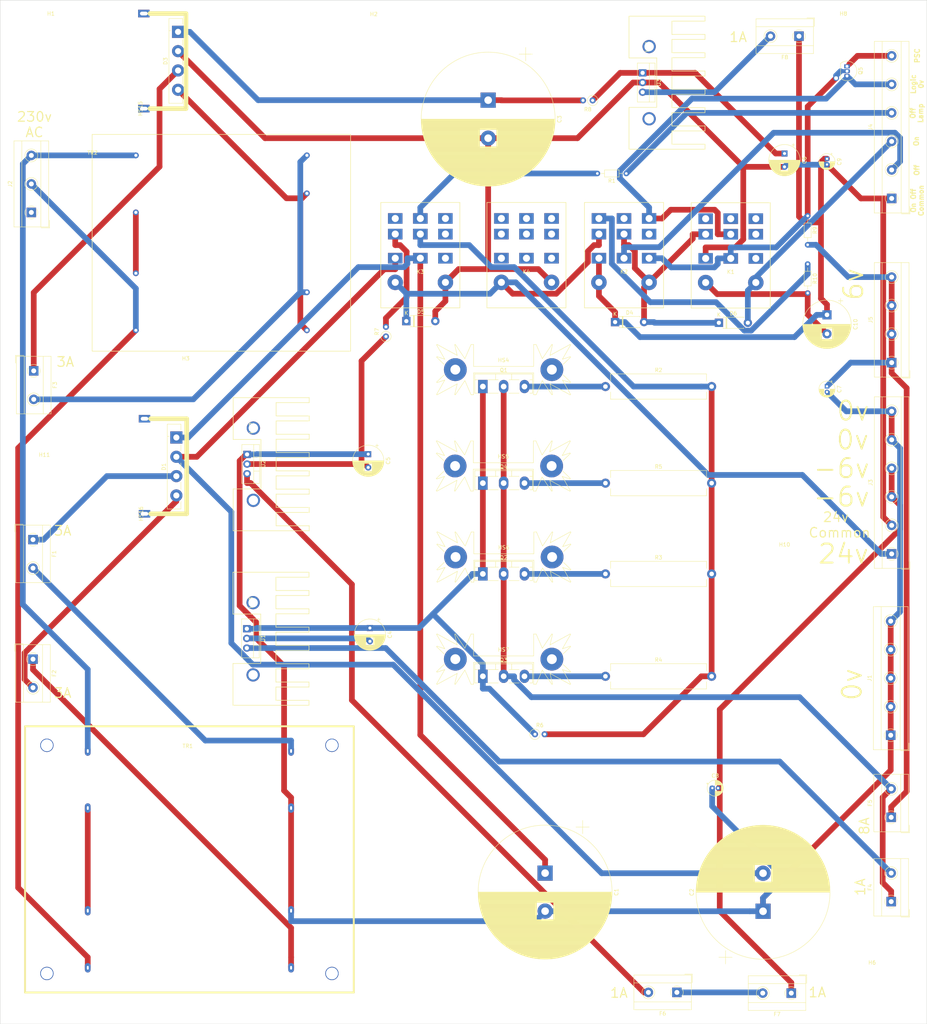
<source format=kicad_pcb>
(kicad_pcb (version 20171130) (host pcbnew "(5.0.0)")
  (layers (0 F.Cu signal) (31 B.Cu signal) (34 B.Paste user) (35 F.Paste user) (36 B.SilkS user hide) (37 F.SilkS user) (38 B.Mask user) (39 F.Mask user) (44 Edge.Cuts user))
  (net 0 "")
  (net 1 "Net-(C1-Pad1)")
  (net 2 "Net-(C2-Pad2)")
  (net 3 "Net-(C3-Pad1)")
  (net 4 SKT2W)
  (net 5 "Net-(C4-Pad1)")
  (net 6 "Net-(C5-Pad2)")
  (net 7 "Net-(C6-Pad1)")
  (net 8 SKT2G)
  (net 9 SKT2L)
  (net 10 "Net-(C10-Pad1)")
  (net 11 "Net-(D1-Pad4)")
  (net 12 "Net-(D1-Pad3)")
  (net 13 "Net-(D3-Pad3)")
  (net 14 "Net-(D3-Pad4)")
  (net 15 "Net-(D4-Pad2)")
  (net 16 SKT2V)
  (net 17 SKT2X)
  (net 18 "Net-(F3-Pad2)")
  (net 19 "Net-(F4-Pad1)")
  (net 20 "Net-(F4-Pad2)")
  (net 21 "Net-(F6-Pad1)")
  (net 22 "Net-(F6-Pad2)")
  (net 23 "Net-(F8-Pad2)")
  (net 24 N)
  (net 25 L)
  (net 26 SKT2Y)
  (net 27 SKT2a_)
  (net 28 SKT2U)
  (net 29 SKT2T)
  (net 30 "Net-(K1-Pad8)")
  (net 31 "Net-(K3-Pad2)")
  (net 32 "Net-(K3-Pad4)")
  (net 33 "Net-(K3-Pad5)")
  (net 34 "Net-(Q1-Pad3)")
  (net 35 "Net-(Q2-Pad3)")
  (net 36 "Net-(Q3-Pad3)")
  (net 37 "Net-(Q4-Pad3)")
  (net 38 "Net-(TR2-Pad2)")
  (net 39 "Net-(C10-Pad2)")
  (net 40 "Net-(F1-Pad2)")
  (net 41 "Net-(K2-Pad1)")
  (net 42 "Net-(TR1-Pad2)")
  (net 43 0v)
  (net 44 "Net-(F2-Pad1)")
  (module ELLIOTT:Relay55.13 (layer F.Cu) (at 195.783 67.6148)
    (fp_text reference K1 (at 6.6 14) (layer F.SilkS))
    (fp_text value ~)
    (pad 14 thru_hole circle (at 13.2 16.8) (size 4.064 4.064) (drill 1.8542) (layers *.Cu *.Mask) (net 17 SKT2X))
    (pad 13 thru_hole circle (at 0 16.8) (size 4.064 4.064) (drill 1.8542) (layers *.Cu *.Mask) (net 39 "Net-(C10-Pad2)"))
    (pad 9 thru_hole rect (at 13.2 10.45) (size 3.81 2.794) (drill 1.8542) (layers *.Cu *.Mask))
    (pad 8 thru_hole rect (at 6.6 10.45) (size 3.81 2.794) (drill 1.8542) (layers *.Cu *.Mask) (net 30 "Net-(K1-Pad8)"))
    (pad 7 thru_hole rect (at 0 10.45) (size 3.81 2.794) (drill 1.8542) (layers *.Cu *.Mask) (net 4 SKT2W))
    (pad 6 thru_hole rect (at 13.2 4.1) (size 3.81 2.794) (drill 1.8542) (layers *.Cu *.Mask))
    (pad 5 thru_hole rect (at 6.6 4.1) (size 3.81 2.794) (drill 1.8542) (layers *.Cu *.Mask) (net 28 SKT2U))
    (pad 4 thru_hole rect (at 0 4.1) (size 3.81 2.794) (drill 1.8542) (layers *.Cu *.Mask) (net 15 "Net-(D4-Pad2)"))
    (pad 3 thru_hole rect (at 13.2 0) (size 3.81 2.794) (drill 1.8542) (layers *.Cu *.Mask))
    (pad 2 thru_hole rect (at 6.6 0) (size 3.81 2.794) (drill 1.8542) (layers *.Cu *.Mask))
    (pad 1 thru_hole rect (at 0 0) (size 3.81 2.794) (drill 1.8542) (layers *.Cu *.Mask))
  )
  (module ELLIOTT:Relay55.13 (layer F.Cu) (at 167.704 67.564)
    (fp_text reference K2 (at 6.6 14) (layer F.SilkS))
    (fp_text value ~)
    (pad 14 thru_hole circle (at 13.2 16.8) (size 4.064 4.064) (drill 1.8542) (layers *.Cu *.Mask) (net 15 "Net-(D4-Pad2)"))
    (pad 13 thru_hole circle (at 0 16.8) (size 4.064 4.064) (drill 1.8542) (layers *.Cu *.Mask) (net 10 "Net-(C10-Pad1)"))
    (pad 9 thru_hole rect (at 13.2 10.45) (size 3.81 2.794) (drill 1.8542) (layers *.Cu *.Mask) (net 30 "Net-(K1-Pad8)"))
    (pad 8 thru_hole rect (at 6.6 10.45) (size 3.81 2.794) (drill 1.8542) (layers *.Cu *.Mask) (net 26 SKT2Y))
    (pad 7 thru_hole rect (at 0 10.45) (size 3.81 2.794) (drill 1.8542) (layers *.Cu *.Mask) (net 10 "Net-(C10-Pad1)"))
    (pad 6 thru_hole rect (at 13.2 4.1) (size 3.81 2.794) (drill 1.8542) (layers *.Cu *.Mask))
    (pad 5 thru_hole rect (at 6.6 4.1) (size 3.81 2.794) (drill 1.8542) (layers *.Cu *.Mask) (net 15 "Net-(D4-Pad2)"))
    (pad 4 thru_hole rect (at 0 4.1) (size 3.81 2.794) (drill 1.8542) (layers *.Cu *.Mask) (net 16 SKT2V))
    (pad 3 thru_hole rect (at 13.2 0) (size 3.81 2.794) (drill 1.8542) (layers *.Cu *.Mask) (net 28 SKT2U))
    (pad 2 thru_hole rect (at 6.6 0) (size 3.81 2.794) (drill 1.8542) (layers *.Cu *.Mask))
    (pad 1 thru_hole rect (at 0 0) (size 3.81 2.794) (drill 1.8542) (layers *.Cu *.Mask) (net 41 "Net-(K2-Pad1)"))
  )
  (module ELLIOTT:Relay55.13 (layer F.Cu) (at 142.037 67.564)
    (fp_text reference K4 (at 6.6 14) (layer F.SilkS))
    (fp_text value ~)
    (pad 14 thru_hole circle (at 13.2 16.8) (size 4.064 4.064) (drill 1.8542) (layers *.Cu *.Mask) (net 4 SKT2W))
    (pad 13 thru_hole circle (at 0 16.8) (size 4.064 4.064) (drill 1.8542) (layers *.Cu *.Mask) (net 16 SKT2V))
    (pad 9 thru_hole rect (at 13.2 10.45) (size 3.81 2.794) (drill 1.8542) (layers *.Cu *.Mask))
    (pad 8 thru_hole rect (at 6.6 10.45) (size 3.81 2.794) (drill 1.8542) (layers *.Cu *.Mask))
    (pad 7 thru_hole rect (at 0 10.45) (size 3.81 2.794) (drill 1.8542) (layers *.Cu *.Mask))
    (pad 6 thru_hole rect (at 13.2 4.1) (size 3.81 2.794) (drill 1.8542) (layers *.Cu *.Mask))
    (pad 5 thru_hole rect (at 6.6 4.1) (size 3.81 2.794) (drill 1.8542) (layers *.Cu *.Mask))
    (pad 4 thru_hole rect (at 0 4.1) (size 3.81 2.794) (drill 1.8542) (layers *.Cu *.Mask))
    (pad 3 thru_hole rect (at 13.2 0) (size 3.81 2.794) (drill 1.8542) (layers *.Cu *.Mask))
    (pad 2 thru_hole rect (at 6.6 0) (size 3.81 2.794) (drill 1.8542) (layers *.Cu *.Mask))
    (pad 1 thru_hole rect (at 0 0) (size 3.81 2.794) (drill 1.8542) (layers *.Cu *.Mask))
  )
  (module ELLIOTT:Relay55.13 (layer F.Cu) (at 114.11 67.564)
    (fp_text reference K3 (at 6.6 14) (layer F.SilkS))
    (fp_text value ~)
    (pad 14 thru_hole circle (at 13.2 16.8) (size 4.064 4.064) (drill 1.8542) (layers *.Cu *.Mask) (net 4 SKT2W))
    (pad 13 thru_hole circle (at 0 16.8) (size 4.064 4.064) (drill 1.8542) (layers *.Cu *.Mask) (net 16 SKT2V))
    (pad 9 thru_hole rect (at 13.2 10.45) (size 3.81 2.794) (drill 1.8542) (layers *.Cu *.Mask))
    (pad 8 thru_hole rect (at 6.6 10.45) (size 3.81 2.794) (drill 1.8542) (layers *.Cu *.Mask) (net 1 "Net-(C1-Pad1)"))
    (pad 7 thru_hole rect (at 0 10.45) (size 3.81 2.794) (drill 1.8542) (layers *.Cu *.Mask) (net 2 "Net-(C2-Pad2)"))
    (pad 6 thru_hole rect (at 13.2 4.1) (size 3.81 2.794) (drill 1.8542) (layers *.Cu *.Mask))
    (pad 5 thru_hole rect (at 6.6 4.1) (size 3.81 2.794) (drill 1.8542) (layers *.Cu *.Mask) (net 33 "Net-(K3-Pad5)"))
    (pad 4 thru_hole rect (at 0 4.1) (size 3.81 2.794) (drill 1.8542) (layers *.Cu *.Mask) (net 32 "Net-(K3-Pad4)"))
    (pad 3 thru_hole rect (at 13.2 0) (size 3.81 2.794) (drill 1.8542) (layers *.Cu *.Mask))
    (pad 2 thru_hole rect (at 6.6 0) (size 3.81 2.794) (drill 1.8542) (layers *.Cu *.Mask) (net 31 "Net-(K3-Pad2)"))
    (pad 1 thru_hole rect (at 0 0) (size 3.81 2.794) (drill 1.8542) (layers *.Cu *.Mask))
  )
  (module "ELLIOTT:Heatsink 712-4241" (layer F.Cu) (at 46.736 145.224 90)
    (fp_text reference HS16 (at 0 0.5 90) (layer F.SilkS))
    (fp_text value "Heatsink 712-4241")
    (pad 1 thru_hole rect (at 0 1.4 90) (size 2 3) (drill oval 1 2) (layers *.Cu *.Mask))
    (pad 2 thru_hole rect (at 25 1.4 90) (size 2 3) (drill oval 1 2) (layers *.Cu *.Mask))
  )
  (module "ELLIOTT:Heatsink 712-4241" (layer F.Cu) (at 46.5455 38.6715 90)
    (fp_text reference HS15 (at 0 0.5 90) (layer F.SilkS))
    (fp_text value "Heatsink 712-4241")
    (pad 2 thru_hole rect (at 25 1.4 90) (size 2 3) (drill oval 1 2) (layers *.Cu *.Mask))
    (pad 1 thru_hole rect (at 0 1.4 90) (size 2 3) (drill oval 1 2) (layers *.Cu *.Mask))
  )
  (module MountingHole:MountingHole_2.7mm_M2.5 (layer F.Cu) (at 21.7805 133.414)
    (fp_text reference H11 (at 0 -3.7) (layer F.SilkS))
    (fp_text value MountingHole_2.7mm_M2.5)
    (pad 1 np_thru_hole circle (at 0 0) (size 2.7 2.7) (drill 2.7) (layers *.Cu *.Mask))
  )
  (module MountingHole:MountingHole_2.7mm_M2.5 (layer F.Cu) (at 216.535 157.036)
    (fp_text reference H10 (at 0 -3.7) (layer F.SilkS))
    (fp_text value MountingHole_2.7mm_M2.5)
    (pad 1 np_thru_hole circle (at 0 0) (size 2.7 2.7) (drill 2.7) (layers *.Cu *.Mask))
  )
  (module ELLIOTT:Heatsink (layer F.Cu) (at 76.708 168.592 270)
    (fp_text reference HS3 (at 0 0.5 270) (layer F.SilkS))
    (fp_text value Heatsink)
    (pad 2 thru_hole circle (at 19 0 270) (size 3.5 3.5) (drill 2.5) (layers *.Cu *.Mask))
    (pad 1 thru_hole circle (at 0 0 270) (size 3.5 3.5) (drill 2.5) (layers *.Cu *.Mask))
  )
  (module ELLIOTT:Heatsink (layer F.Cu) (at 76.7715 122.682 270)
    (fp_text reference HS2 (at 0 0.5 270) (layer F.SilkS))
    (fp_text value Heatsink)
    (pad 2 thru_hole circle (at 19 0 270) (size 3.5 3.5) (drill 2.5) (layers *.Cu *.Mask))
    (pad 1 thru_hole circle (at 0 0 270) (size 3.5 3.5) (drill 2.5) (layers *.Cu *.Mask))
  )
  (module ELLIOTT:Heatsink (layer F.Cu) (at 180.912 22.352 270)
    (fp_text reference HS1 (at 0 0.5 270) (layer F.SilkS))
    (fp_text value Heatsink)
    (pad 2 thru_hole circle (at 19 0 270) (size 3.5 3.5) (drill 2.5) (layers *.Cu *.Mask))
    (pad 1 thru_hole circle (at 0 0 270) (size 3.5 3.5) (drill 2.5) (layers *.Cu *.Mask))
  )
  (module ELLIOTT:Heatsink_TO247 (layer F.Cu) (at 142.621 107.315)
    (fp_text reference HS4 (at -0.025 -2.5) (layer F.SilkS))
    (fp_text value Heatsink_TO247)
    (pad 1 thru_hole circle (at -12.7 0 180) (size 6 6) (drill 2.6) (layers *.Cu *.Mask))
    (pad 1 thru_hole circle (at 12.7 0) (size 6 6) (drill 2.6) (layers *.Cu *.Mask))
  )
  (module ELLIOTT:Heatsink_TO247 (layer F.Cu) (at 142.558 132.652)
    (fp_text reference HS5 (at -0.025 -2.5) (layer F.SilkS))
    (fp_text value Heatsink_TO247)
    (pad 1 thru_hole circle (at 12.7 0) (size 6 6) (drill 2.6) (layers *.Cu *.Mask))
    (pad 1 thru_hole circle (at -12.7 0 180) (size 6 6) (drill 2.6) (layers *.Cu *.Mask))
  )
  (module ELLIOTT:Heatsink_TO247 (layer F.Cu) (at 142.621 183.452)
    (fp_text reference HS7 (at -0.025 -2.5) (layer F.SilkS))
    (fp_text value Heatsink_TO247)
    (pad 1 thru_hole circle (at 12.7 0) (size 6 6) (drill 2.6) (layers *.Cu *.Mask))
    (pad 1 thru_hole circle (at -12.7 0 180) (size 6 6) (drill 2.6) (layers *.Cu *.Mask))
  )
  (module MountingHole:MountingHole_2.7mm_M2.5 (layer F.Cu) (at 232.029 17.399)
    (fp_text reference H8 (at 0 -3.7) (layer F.SilkS))
    (fp_text value MountingHole_2.7mm_M2.5)
    (pad 1 np_thru_hole circle (at 0 0) (size 2.7 2.7) (drill 2.7) (layers *.Cu *.Mask))
  )
  (module MountingHole:MountingHole_2.7mm_M2.5 (layer F.Cu) (at 108.458 17.526)
    (fp_text reference H2 (at 0 -3.7) (layer F.SilkS))
    (fp_text value MountingHole_2.7mm_M2.5)
    (pad 1 np_thru_hole circle (at 0 0) (size 2.7 2.7) (drill 2.7) (layers *.Cu *.Mask))
  )
  (module MountingHole:MountingHole_2.7mm_M2.5 (layer F.Cu) (at 23.495 17.399)
    (fp_text reference H1 (at 0 -3.7) (layer F.SilkS))
    (fp_text value MountingHole_2.7mm_M2.5)
    (pad 1 np_thru_hole circle (at 0 0) (size 2.7 2.7) (drill 2.7) (layers *.Cu *.Mask))
  )
  (module MountingHole:MountingHole_2.7mm_M2.5 (layer F.Cu) (at 58.9915 108.077)
    (fp_text reference H3 (at 0 -3.7) (layer F.SilkS))
    (fp_text value MountingHole_2.7mm_M2.5)
    (pad 1 np_thru_hole circle (at 0 0) (size 2.7 2.7) (drill 2.7) (layers *.Cu *.Mask))
  )
  (module Capacitor_THT:CP_Radial_D35.0mm_P10.00mm_SnapIn (layer F.Cu) (at 153.543 239.712 270)
    (fp_text reference C1 (at 5 -18.75 270) (layer F.SilkS))
    (fp_text value 47000u)
    (pad 2 thru_hole circle (at 10 0 270) (size 4 4) (drill 2) (layers *.Cu *.Mask) (net 43 0v))
    (pad 1 thru_hole rect (at 0 0 270) (size 4 4) (drill 2) (layers *.Cu *.Mask) (net 1 "Net-(C1-Pad1)"))
  )
  (module Capacitor_THT:CP_Radial_D35.0mm_P10.00mm_SnapIn (layer F.Cu) (at 210.884 249.746 90)
    (fp_text reference C2 (at 5 -18.75 90) (layer F.SilkS))
    (fp_text value 47000u)
    (pad 1 thru_hole rect (at 0 0 90) (size 4 4) (drill 2) (layers *.Cu *.Mask) (net 43 0v))
    (pad 2 thru_hole circle (at 10 0 90) (size 4 4) (drill 2) (layers *.Cu *.Mask) (net 2 "Net-(C2-Pad2)"))
  )
  (module Capacitor_THT:CP_Radial_D35.0mm_P10.00mm_SnapIn (layer F.Cu) (at 138.557 36.449 270)
    (fp_text reference C3 (at 5 -18.75 270) (layer F.SilkS))
    (fp_text value 47000u)
    (pad 1 thru_hole rect (at 0 0 270) (size 4 4) (drill 2) (layers *.Cu *.Mask) (net 3 "Net-(C3-Pad1)"))
    (pad 2 thru_hole circle (at 10 0 270) (size 4 4) (drill 2) (layers *.Cu *.Mask) (net 4 SKT2W))
  )
  (module Capacitor_THT:CP_Radial_D8.0mm_P3.50mm (layer F.Cu) (at 107.442 175.26 270)
    (fp_text reference C4 (at 1.75 -5.25 270) (layer F.SilkS))
    (fp_text value 470u)
    (pad 1 thru_hole rect (at 0 0 270) (size 1.6 1.6) (drill 0.8) (layers *.Cu *.Mask) (net 5 "Net-(C4-Pad1)"))
    (pad 2 thru_hole circle (at 3.5 0 270) (size 1.6 1.6) (drill 0.8) (layers *.Cu *.Mask) (net 43 0v))
  )
  (module Capacitor_THT:CP_Radial_D8.0mm_P3.50mm (layer F.Cu) (at 106.998 129.54 270)
    (fp_text reference C5 (at 1.75 -5.25 270) (layer F.SilkS))
    (fp_text value 470u)
    (pad 2 thru_hole circle (at 3.5 0 270) (size 1.6 1.6) (drill 0.8) (layers *.Cu *.Mask) (net 6 "Net-(C5-Pad2)"))
    (pad 1 thru_hole rect (at 0 0 270) (size 1.6 1.6) (drill 0.8) (layers *.Cu *.Mask) (net 43 0v))
  )
  (module Capacitor_THT:CP_Radial_D8.0mm_P3.50mm (layer F.Cu) (at 216.535 50.4825 270)
    (fp_text reference C6 (at 1.75 -5.25 270) (layer F.SilkS))
    (fp_text value 470u)
    (pad 1 thru_hole rect (at 0 0 270) (size 1.6 1.6) (drill 0.8) (layers *.Cu *.Mask) (net 7 "Net-(C6-Pad1)"))
    (pad 2 thru_hole circle (at 3.5 0 270) (size 1.6 1.6) (drill 0.8) (layers *.Cu *.Mask) (net 4 SKT2W))
  )
  (module Capacitor_THT:CP_Radial_D4.0mm_P1.50mm (layer F.Cu) (at 227.711 111.696 270)
    (fp_text reference C7 (at 0.75 -3.25 270) (layer F.SilkS))
    (fp_text value 10u)
    (pad 1 thru_hole rect (at 0 0 270) (size 1.2 1.2) (drill 0.6) (layers *.Cu *.Mask) (net 8 SKT2G))
    (pad 2 thru_hole circle (at 1.5 0 270) (size 1.2 1.2) (drill 0.6) (layers *.Cu *.Mask) (net 43 0v))
  )
  (module Capacitor_THT:CP_Radial_D4.0mm_P1.50mm (layer F.Cu) (at 197.548 217.36)
    (fp_text reference C8 (at 0.75 -3.25) (layer F.SilkS))
    (fp_text value 10u)
    (pad 2 thru_hole circle (at 1.5 0) (size 1.2 1.2) (drill 0.6) (layers *.Cu *.Mask) (net 9 SKT2L))
    (pad 1 thru_hole rect (at 0 0) (size 1.2 1.2) (drill 0.6) (layers *.Cu *.Mask) (net 43 0v))
  )
  (module Capacitor_THT:CP_Radial_D4.0mm_P1.50mm (layer F.Cu) (at 227.711 51.8795 270)
    (fp_text reference C9 (at 0.75 -3.25 270) (layer F.SilkS))
    (fp_text value 10u)
    (pad 1 thru_hole rect (at 0 0 270) (size 1.2 1.2) (drill 0.6) (layers *.Cu *.Mask) (net 10 "Net-(C10-Pad1)"))
    (pad 2 thru_hole circle (at 1.5 0 270) (size 1.2 1.2) (drill 0.6) (layers *.Cu *.Mask) (net 4 SKT2W))
  )
  (module ELLIOTT:Diode_Bridge_Vishay_GBU (layer F.Cu) (at 56.515 125.158 270)
    (fp_text reference D1 (at 7.7 3.3 90) (layer F.SilkS))
    (fp_text value D_Bridge_+-AA)
    (pad 4 thru_hole circle (at 15.24 0 270) (size 3.2 3.2) (drill 1.6) (layers *.Cu *.Mask) (net 11 "Net-(D1-Pad4)"))
    (pad 3 thru_hole circle (at 10.16 0 270) (size 3.2 3.2) (drill 1.6) (layers *.Cu *.Mask) (net 12 "Net-(D1-Pad3)"))
    (pad 2 thru_hole circle (at 5.08 0 270) (size 3.2 3.2) (drill 1.6) (layers *.Cu *.Mask) (net 2 "Net-(C2-Pad2)"))
    (pad 1 thru_hole rect (at 0 0 270) (size 3.2 3.2) (drill 1.6) (layers *.Cu *.Mask) (net 1 "Net-(C1-Pad1)"))
  )
  (module ELLIOTT:Diode_Bridge_Vishay_GBU (layer F.Cu) (at 56.9595 18.4785 270)
    (fp_text reference D3 (at 7.7 3.3 90) (layer F.SilkS))
    (fp_text value D_Bridge_+-AA)
    (pad 1 thru_hole rect (at 0 0 270) (size 3.2 3.2) (drill 1.6) (layers *.Cu *.Mask) (net 3 "Net-(C3-Pad1)"))
    (pad 2 thru_hole circle (at 5.08 0 270) (size 3.2 3.2) (drill 1.6) (layers *.Cu *.Mask) (net 4 SKT2W))
    (pad 3 thru_hole circle (at 10.16 0 270) (size 3.2 3.2) (drill 1.6) (layers *.Cu *.Mask) (net 13 "Net-(D3-Pad3)"))
    (pad 4 thru_hole circle (at 15.24 0 270) (size 3.2 3.2) (drill 1.6) (layers *.Cu *.Mask) (net 14 "Net-(D3-Pad4)"))
  )
  (module Diode_THT:D_DO-41_SOD81_P7.62mm_Horizontal (layer F.Cu) (at 171.958 94.8055)
    (fp_text reference D4 (at 3.81 -2.47) (layer F.SilkS))
    (fp_text value 1N4001T)
    (fp_text user K (at 0 -2.1) (layer F.SilkS))
    (pad 2 thru_hole oval (at 7.62 0) (size 2.2 2.2) (drill 1.1) (layers *.Cu *.Mask) (net 15 "Net-(D4-Pad2)"))
    (pad 1 thru_hole rect (at 0 0) (size 2.2 2.2) (drill 1.1) (layers *.Cu *.Mask) (net 10 "Net-(C10-Pad1)"))
  )
  (module Diode_THT:D_DO-41_SOD81_P7.62mm_Horizontal (layer F.Cu) (at 117.03 94.5515)
    (fp_text reference D5 (at 3.81 -2.47) (layer F.SilkS))
    (fp_text value 1N4001T)
    (fp_text user K (at 0 -2.1) (layer F.SilkS))
    (pad 1 thru_hole rect (at 0 0) (size 2.2 2.2) (drill 1.1) (layers *.Cu *.Mask) (net 16 SKT2V))
    (pad 2 thru_hole oval (at 7.62 0) (size 2.2 2.2) (drill 1.1) (layers *.Cu *.Mask) (net 4 SKT2W))
  )
  (module Diode_THT:D_DO-41_SOD81_P7.62mm_Horizontal (layer F.Cu) (at 199.263 94.996)
    (fp_text reference D6 (at 3.81 -2.47) (layer F.SilkS))
    (fp_text value 1N4001T)
    (fp_text user K (at 0 -2.1) (layer F.SilkS))
    (pad 1 thru_hole rect (at 0 0) (size 2.2 2.2) (drill 1.1) (layers *.Cu *.Mask) (net 15 "Net-(D4-Pad2)"))
    (pad 2 thru_hole oval (at 7.62 0) (size 2.2 2.2) (drill 1.1) (layers *.Cu *.Mask) (net 17 SKT2X))
  )
  (module Package_TO_SOT_THT:TO-218-3_Vertical (layer F.Cu) (at 137.16 111.76)
    (fp_text reference Q1 (at 5.475 -4.29) (layer F.SilkS))
    (fp_text value TIP2955)
    (pad 1 thru_hole rect (at 0 0) (size 2.5 3.5) (drill 1.5) (layers *.Cu *.Mask) (net 5 "Net-(C4-Pad1)"))
    (pad 2 thru_hole oval (at 5.475 0) (size 2.5 3.5) (drill 1.5) (layers *.Cu *.Mask) (net 19 "Net-(F4-Pad1)"))
    (pad 3 thru_hole oval (at 10.95 0) (size 2.5 3.5) (drill 1.5) (layers *.Cu *.Mask) (net 34 "Net-(Q1-Pad3)"))
  )
  (module Package_TO_SOT_THT:TO-218-3_Vertical (layer F.Cu) (at 137.16 161.036)
    (fp_text reference Q2 (at 5.475 -4.29) (layer F.SilkS))
    (fp_text value TIP2955)
    (pad 3 thru_hole oval (at 10.95 0) (size 2.5 3.5) (drill 1.5) (layers *.Cu *.Mask) (net 35 "Net-(Q2-Pad3)"))
    (pad 2 thru_hole oval (at 5.475 0) (size 2.5 3.5) (drill 1.5) (layers *.Cu *.Mask) (net 19 "Net-(F4-Pad1)"))
    (pad 1 thru_hole rect (at 0 0) (size 2.5 3.5) (drill 1.5) (layers *.Cu *.Mask) (net 5 "Net-(C4-Pad1)"))
  )
  (module Package_TO_SOT_THT:TO-218-3_Vertical (layer F.Cu) (at 137.16 187.96)
    (fp_text reference Q3 (at 5.475 -4.29) (layer F.SilkS))
    (fp_text value TIP2955)
    (pad 3 thru_hole oval (at 10.95 0) (size 2.5 3.5) (drill 1.5) (layers *.Cu *.Mask) (net 36 "Net-(Q3-Pad3)"))
    (pad 2 thru_hole oval (at 5.475 0) (size 2.5 3.5) (drill 1.5) (layers *.Cu *.Mask) (net 19 "Net-(F4-Pad1)"))
    (pad 1 thru_hole rect (at 0 0) (size 2.5 3.5) (drill 1.5) (layers *.Cu *.Mask) (net 5 "Net-(C4-Pad1)"))
  )
  (module Package_TO_SOT_THT:TO-218-3_Vertical (layer F.Cu) (at 137.16 137.16)
    (fp_text reference Q4 (at 5.475 -4.29) (layer F.SilkS))
    (fp_text value TIP2955)
    (pad 1 thru_hole rect (at 0 0) (size 2.5 3.5) (drill 1.5) (layers *.Cu *.Mask) (net 5 "Net-(C4-Pad1)"))
    (pad 2 thru_hole oval (at 5.475 0) (size 2.5 3.5) (drill 1.5) (layers *.Cu *.Mask) (net 19 "Net-(F4-Pad1)"))
    (pad 3 thru_hole oval (at 10.95 0) (size 2.5 3.5) (drill 1.5) (layers *.Cu *.Mask) (net 37 "Net-(Q4-Pad3)"))
  )
  (module ELLIOTT:TO-92L_Inline (layer F.Cu) (at 232.982 27.559 270)
    (fp_text reference Q5 (at 1.19 -3.56 270) (layer F.SilkS))
    (fp_text value BC107)
    (pad 2 thru_hole roundrect (at 1.27 0 270) (size 1.05 1.5) (drill 0.75) (layers *.Cu *.Mask) (net 30 "Net-(K1-Pad8)"))
    (pad 1 thru_hole roundrect (at 2.54 0 270) (size 1.05 1.5) (drill 0.75) (layers *.Cu *.Mask) (net 28 SKT2U))
    (pad 3 thru_hole rect (at 0 0 270) (size 1.05 1.5) (drill 0.75) (layers *.Cu *.Mask) (net 29 SKT2T))
  )
  (module ELLIOTT:R_Axial_DIN0204_L3.6mm_D1.6mm_P7.62mm_Horizontal (layer F.Cu) (at 174.904 55.7276 180)
    (fp_text reference R1 (at 3.81 -1.92 180) (layer F.SilkS))
    (fp_text value 390R)
    (pad 2 thru_hole oval (at 7.62 0 180) (size 1.4 1.4) (drill 0.7) (layers *.Cu *.Mask) (net 31 "Net-(K3-Pad2)"))
    (pad 1 thru_hole circle (at 0 0 180) (size 1.4 1.4) (drill 0.7) (layers *.Cu *.Mask) (net 27 SKT2a_))
  )
  (module Resistor_THT:R_Axial_Power_L25.0mm_W6.4mm_P27.94mm (layer F.Cu) (at 169.418 111.76)
    (fp_text reference R2 (at 13.97 -4.32) (layer F.SilkS))
    (fp_text value "100mR 5W")
    (pad 1 thru_hole circle (at 0 0) (size 2.4 2.4) (drill 1.2) (layers *.Cu *.Mask) (net 34 "Net-(Q1-Pad3)"))
    (pad 2 thru_hole oval (at 27.94 0) (size 2.4 2.4) (drill 1.2) (layers *.Cu *.Mask) (net 33 "Net-(K3-Pad5)"))
  )
  (module Resistor_THT:R_Axial_Power_L25.0mm_W6.4mm_P27.94mm (layer F.Cu) (at 169.418 161.036)
    (fp_text reference R3 (at 13.97 -4.32) (layer F.SilkS))
    (fp_text value "100mR 5W")
    (pad 2 thru_hole oval (at 27.94 0) (size 2.4 2.4) (drill 1.2) (layers *.Cu *.Mask) (net 33 "Net-(K3-Pad5)"))
    (pad 1 thru_hole circle (at 0 0) (size 2.4 2.4) (drill 1.2) (layers *.Cu *.Mask) (net 35 "Net-(Q2-Pad3)"))
  )
  (module Resistor_THT:R_Axial_Power_L25.0mm_W6.4mm_P27.94mm (layer F.Cu) (at 169.418 187.96)
    (fp_text reference R4 (at 13.97 -4.32) (layer F.SilkS))
    (fp_text value "100mR 5W")
    (pad 1 thru_hole circle (at 0 0) (size 2.4 2.4) (drill 1.2) (layers *.Cu *.Mask) (net 36 "Net-(Q3-Pad3)"))
    (pad 2 thru_hole oval (at 27.94 0) (size 2.4 2.4) (drill 1.2) (layers *.Cu *.Mask) (net 33 "Net-(K3-Pad5)"))
  )
  (module Resistor_THT:R_Axial_Power_L25.0mm_W6.4mm_P27.94mm (layer F.Cu) (at 169.418 137.16)
    (fp_text reference R5 (at 13.97 -4.32) (layer F.SilkS))
    (fp_text value "100mR 5W")
    (pad 2 thru_hole oval (at 27.94 0) (size 2.4 2.4) (drill 1.2) (layers *.Cu *.Mask) (net 33 "Net-(K3-Pad5)"))
    (pad 1 thru_hole circle (at 0 0) (size 2.4 2.4) (drill 1.2) (layers *.Cu *.Mask) (net 37 "Net-(Q4-Pad3)"))
  )
  (module Resistor_THT:R_Axial_DIN0207_L6.3mm_D2.5mm_P2.54mm_Vertical (layer F.Cu) (at 150.876 203.2)
    (fp_text reference R6 (at 1.27 -2.37) (layer F.SilkS))
    (fp_text value "100R 0.5W")
    (pad 2 thru_hole oval (at 2.54 0) (size 1.6 1.6) (drill 0.8) (layers *.Cu *.Mask) (net 33 "Net-(K3-Pad5)"))
    (pad 1 thru_hole circle (at 0 0) (size 1.6 1.6) (drill 0.8) (layers *.Cu *.Mask) (net 5 "Net-(C4-Pad1)"))
  )
  (module Resistor_THT:R_Axial_DIN0207_L6.3mm_D2.5mm_P2.54mm_Vertical (layer F.Cu) (at 111.658 98.6028 90)
    (fp_text reference R7 (at 1.27 -2.37 90) (layer F.SilkS))
    (fp_text value "100R 0.5W")
    (pad 1 thru_hole circle (at 0 0 90) (size 1.6 1.6) (drill 0.8) (layers *.Cu *.Mask) (net 6 "Net-(C5-Pad2)"))
    (pad 2 thru_hole oval (at 2.54 0 90) (size 1.6 1.6) (drill 0.8) (layers *.Cu *.Mask) (net 32 "Net-(K3-Pad4)"))
  )
  (module Resistor_THT:R_Axial_DIN0207_L6.3mm_D2.5mm_P2.54mm_Vertical (layer F.Cu) (at 166.052 36.5125 180)
    (fp_text reference R8 (at 1.27 -2.37 180) (layer F.SilkS))
    (fp_text value "100R 0.5W")
    (pad 1 thru_hole circle (at 0 0 180) (size 1.6 1.6) (drill 0.8) (layers *.Cu *.Mask) (net 7 "Net-(C6-Pad1)"))
    (pad 2 thru_hole oval (at 2.54 0 180) (size 1.6 1.6) (drill 0.8) (layers *.Cu *.Mask) (net 3 "Net-(C3-Pad1)"))
  )
  (module ELLIOTT:FL3024Transformer (layer F.Cu) (at 34.3535 45.466)
    (fp_text reference TR2 (at 0.1 4.8) (layer F.SilkS))
    (fp_text value 24v)
    (pad 1 thru_hole circle (at 11.5 5.5) (size 1.524 1.524) (drill 0.8) (layers *.Cu *.Mask) (net 25 L))
    (pad 2 thru_hole circle (at 11.5 20.5) (size 1.524 1.524) (drill 0.8) (layers *.Cu *.Mask) (net 38 "Net-(TR2-Pad2)"))
    (pad 3 thru_hole circle (at 11.5 36.5) (size 1.524 1.524) (drill 0.8) (layers *.Cu *.Mask) (net 38 "Net-(TR2-Pad2)"))
    (pad 4 thru_hole circle (at 11.5 51.5) (size 1.524 1.524) (drill 0.8) (layers *.Cu *.Mask) (net 24 N))
    (pad 5 thru_hole circle (at 56.5 51.5) (size 1.524 1.524) (drill 0.8) (layers *.Cu *.Mask) (net 14 "Net-(D3-Pad4)"))
    (pad 6 thru_hole circle (at 56.5 41.5) (size 1.524 1.524) (drill 0.8) (layers *.Cu *.Mask) (net 18 "Net-(F3-Pad2)"))
    (pad 7 thru_hole circle (at 56.5 15.5) (size 1.524 1.524) (drill 0.8) (layers *.Cu *.Mask) (net 14 "Net-(D3-Pad4)"))
    (pad 8 thru_hole circle (at 56.5 5.5) (size 1.524 1.524) (drill 0.8) (layers *.Cu *.Mask) (net 18 "Net-(F3-Pad2)"))
  )
  (module Package_TO_SOT_THT:TO-220-3_Vertical (layer F.Cu) (at 75.057 175.45 270)
    (fp_text reference U1 (at 2.54 -4.27 270) (layer F.SilkS))
    (fp_text value LM7806_TO220)
    (pad 1 thru_hole rect (at 0 0 270) (size 1.905 2) (drill 1.1) (layers *.Cu *.Mask) (net 5 "Net-(C4-Pad1)"))
    (pad 2 thru_hole oval (at 2.54 0 270) (size 1.905 2) (drill 1.1) (layers *.Cu *.Mask) (net 43 0v))
    (pad 3 thru_hole oval (at 5.08 0 270) (size 1.905 2) (drill 1.1) (layers *.Cu *.Mask) (net 20 "Net-(F4-Pad2)"))
  )
  (module Package_TO_SOT_THT:TO-220-3_Vertical (layer F.Cu) (at 75.1205 129.604 270)
    (fp_text reference U2 (at 2.54 -4.27 270) (layer F.SilkS))
    (fp_text value LM7906_TO220)
    (pad 3 thru_hole oval (at 5.08 0 270) (size 1.905 2) (drill 1.1) (layers *.Cu *.Mask) (net 22 "Net-(F6-Pad2)"))
    (pad 2 thru_hole oval (at 2.54 0 270) (size 1.905 2) (drill 1.1) (layers *.Cu *.Mask) (net 6 "Net-(C5-Pad2)"))
    (pad 1 thru_hole rect (at 0 0 270) (size 1.905 2) (drill 1.1) (layers *.Cu *.Mask) (net 43 0v))
  )
  (module Package_TO_SOT_THT:TO-220-3_Vertical (layer F.Cu) (at 179.197 29.2735 270)
    (fp_text reference U3 (at 2.54 -4.27 270) (layer F.SilkS))
    (fp_text value LM7824_TO220)
    (pad 1 thru_hole rect (at 0 0 270) (size 1.905 2) (drill 1.1) (layers *.Cu *.Mask) (net 7 "Net-(C6-Pad1)"))
    (pad 2 thru_hole oval (at 2.54 0 270) (size 1.905 2) (drill 1.1) (layers *.Cu *.Mask) (net 4 SKT2W))
    (pad 3 thru_hole oval (at 5.08 0 270) (size 1.905 2) (drill 1.1) (layers *.Cu *.Mask) (net 23 "Net-(F8-Pad2)"))
  )
  (module Capacitor_THT:CP_Radial_D12.5mm_P5.00mm (layer F.Cu) (at 227.711 92.9005 270)
    (fp_text reference C10 (at 2.5 -7.5 270) (layer F.SilkS))
    (fp_text value 1000u)
    (pad 1 thru_hole rect (at 0 0 270) (size 2.4 2.4) (drill 1.2) (layers *.Cu *.Mask) (net 10 "Net-(C10-Pad1)"))
    (pad 2 thru_hole circle (at 5 0 270) (size 2.4 2.4) (drill 1.2) (layers *.Cu *.Mask) (net 39 "Net-(C10-Pad2)"))
  )
  (module TerminalBlock_MetzConnect:TerminalBlock_MetzConnect_Type171_RT13705HBWC_1x05_P7.50mm_Horizontal (layer F.Cu) (at 244.475 203.454 90)
    (fp_text reference J1 (at 15 -5.56 90) (layer F.SilkS))
    (fp_text value ~)
    (pad 1 thru_hole rect (at 0 0 90) (size 2.5 2.5) (drill 1.3) (layers *.Cu *.Mask) (net 43 0v))
    (pad 2 thru_hole circle (at 7.5 0 90) (size 2.5 2.5) (drill 1.3) (layers *.Cu *.Mask) (net 43 0v))
    (pad 3 thru_hole circle (at 15 0 90) (size 2.5 2.5) (drill 1.3) (layers *.Cu *.Mask) (net 43 0v))
    (pad 4 thru_hole circle (at 22.5 0 90) (size 2.5 2.5) (drill 1.3) (layers *.Cu *.Mask) (net 43 0v))
    (pad 5 thru_hole circle (at 30 0 90) (size 2.5 2.5) (drill 1.3) (layers *.Cu *.Mask) (net 43 0v))
  )
  (module TerminalBlock_MetzConnect:TerminalBlock_MetzConnect_Type171_RT13703HBWC_1x03_P7.50mm_Horizontal (layer F.Cu) (at 18.3515 65.9765 90)
    (fp_text reference J2 (at 7.5 -5.56 90) (layer F.SilkS))
    (fp_text value ~)
    (pad 1 thru_hole rect (at 0 0 90) (size 2.5 2.5) (drill 1.3) (layers *.Cu *.Mask))
    (pad 2 thru_hole circle (at 7.5 0 90) (size 2.5 2.5) (drill 1.3) (layers *.Cu *.Mask) (net 24 N))
    (pad 3 thru_hole circle (at 15 0 90) (size 2.5 2.5) (drill 1.3) (layers *.Cu *.Mask) (net 25 L))
  )
  (module TerminalBlock_MetzConnect:TerminalBlock_MetzConnect_Type171_RT13706HBWC_1x06_P7.50mm_Horizontal (layer F.Cu) (at 244.729 155.766 90)
    (fp_text reference J3 (at 18.75 -5.56 90) (layer F.SilkS))
    (fp_text value ~)
    (pad 6 thru_hole circle (at 37.5 0 90) (size 2.5 2.5) (drill 1.3) (layers *.Cu *.Mask) (net 43 0v))
    (pad 5 thru_hole circle (at 30 0 90) (size 2.5 2.5) (drill 1.3) (layers *.Cu *.Mask) (net 43 0v))
    (pad 4 thru_hole circle (at 22.5 0 90) (size 2.5 2.5) (drill 1.3) (layers *.Cu *.Mask) (net 9 SKT2L))
    (pad 3 thru_hole circle (at 15 0 90) (size 2.5 2.5) (drill 1.3) (layers *.Cu *.Mask) (net 9 SKT2L))
    (pad 2 thru_hole circle (at 7.5 0 90) (size 2.5 2.5) (drill 1.3) (layers *.Cu *.Mask) (net 4 SKT2W))
    (pad 1 thru_hole rect (at 0 0 90) (size 2.5 2.5) (drill 1.3) (layers *.Cu *.Mask) (net 16 SKT2V))
  )
  (module TerminalBlock_MetzConnect:TerminalBlock_MetzConnect_Type171_RT13706HBWC_1x06_P7.50mm_Horizontal (layer F.Cu) (at 244.729 62.2935 90)
    (fp_text reference J4 (at 18.75 -5.56 90) (layer F.SilkS))
    (fp_text value ~)
    (pad 1 thru_hole rect (at 0 0 90) (size 2.5 2.5) (drill 1.3) (layers *.Cu *.Mask) (net 4 SKT2W))
    (pad 2 thru_hole circle (at 7.5 0 90) (size 2.5 2.5) (drill 1.3) (layers *.Cu *.Mask) (net 26 SKT2Y))
    (pad 3 thru_hole circle (at 15 0 90) (size 2.5 2.5) (drill 1.3) (layers *.Cu *.Mask) (net 17 SKT2X))
    (pad 4 thru_hole circle (at 22.5 0 90) (size 2.5 2.5) (drill 1.3) (layers *.Cu *.Mask) (net 27 SKT2a_))
    (pad 5 thru_hole circle (at 30 0 90) (size 2.5 2.5) (drill 1.3) (layers *.Cu *.Mask) (net 28 SKT2U))
    (pad 6 thru_hole circle (at 37.5 0 90) (size 2.5 2.5) (drill 1.3) (layers *.Cu *.Mask) (net 29 SKT2T))
  )
  (module TerminalBlock_MetzConnect:TerminalBlock_MetzConnect_Type171_RT13704HBWC_1x04_P7.50mm_Horizontal (layer F.Cu) (at 244.729 105.474 90)
    (fp_text reference J5 (at 11.25 -5.56 90) (layer F.SilkS))
    (fp_text value ~)
    (pad 1 thru_hole rect (at 0 0 90) (size 2.5 2.5) (drill 1.3) (layers *.Cu *.Mask) (net 8 SKT2G))
    (pad 2 thru_hole circle (at 7.5 0 90) (size 2.5 2.5) (drill 1.3) (layers *.Cu *.Mask) (net 8 SKT2G))
    (pad 3 thru_hole circle (at 15 0 90) (size 2.5 2.5) (drill 1.3) (layers *.Cu *.Mask) (net 8 SKT2G))
    (pad 4 thru_hole circle (at 22.5 0 90) (size 2.5 2.5) (drill 1.3) (layers *.Cu *.Mask) (net 8 SKT2G))
  )
  (module ELLIOTT:R_Axial_DIN0204_L3.6mm_D1.6mm_P7.62mm_Horizontal (layer F.Cu) (at 222.631 66.8655 270)
    (fp_text reference R9 (at 3.81 -1.92 270) (layer F.SilkS))
    (fp_text value 10k)
    (pad 1 thru_hole circle (at 0 0 270) (size 1.4 1.4) (drill 0.7) (layers *.Cu *.Mask) (net 30 "Net-(K1-Pad8)"))
    (pad 2 thru_hole oval (at 7.62 0 270) (size 1.4 1.4) (drill 0.7) (layers *.Cu *.Mask) (net 8 SKT2G))
  )
  (module ELLIOTT:R_Axial_DIN0204_L3.6mm_D1.6mm_P7.62mm_Horizontal (layer F.Cu) (at 222.631 79.5655 270)
    (fp_text reference R10 (at 3.81 -1.92 270) (layer F.SilkS))
    (fp_text value 47)
    (pad 2 thru_hole oval (at 7.62 0 270) (size 1.4 1.4) (drill 0.7) (layers *.Cu *.Mask) (net 39 "Net-(C10-Pad2)"))
    (pad 1 thru_hole circle (at 0 0 270) (size 1.4 1.4) (drill 0.7) (layers *.Cu *.Mask) (net 41 "Net-(K2-Pad1)"))
  )
  (module TerminalBlock_MetzConnect:TerminalBlock_MetzConnect_Type171_RT13702HBWC_1x02_P7.50mm_Horizontal (layer F.Cu) (at 18.796 152.019 270)
    (fp_text reference F1 (at 3.75 -5.56 270) (layer F.SilkS))
    (fp_text value Fuse)
    (pad 1 thru_hole rect (at 0 0 270) (size 2.5 2.5) (drill 1.3) (layers *.Cu *.Mask) (net 12 "Net-(D1-Pad3)"))
    (pad 2 thru_hole circle (at 7.5 0 270) (size 2.5 2.5) (drill 1.3) (layers *.Cu *.Mask) (net 40 "Net-(F1-Pad2)"))
  )
  (module TerminalBlock_MetzConnect:TerminalBlock_MetzConnect_Type171_RT13702HBWC_1x02_P7.50mm_Horizontal (layer F.Cu) (at 18.796 183.452 270)
    (fp_text reference F2 (at 3.75 -5.56 270) (layer F.SilkS))
    (fp_text value Fuse)
    (pad 1 thru_hole rect (at 0 0 270) (size 2.5 2.5) (drill 1.3) (layers *.Cu *.Mask) (net 44 "Net-(F2-Pad1)"))
    (pad 2 thru_hole circle (at 7.5 0 270) (size 2.5 2.5) (drill 1.3) (layers *.Cu *.Mask) (net 11 "Net-(D1-Pad4)"))
  )
  (module TerminalBlock_MetzConnect:TerminalBlock_MetzConnect_Type171_RT13702HBWC_1x02_P7.50mm_Horizontal (layer F.Cu) (at 18.9865 107.632 270)
    (fp_text reference F3 (at 3.75 -5.56 270) (layer F.SilkS))
    (fp_text value Fuse)
    (pad 2 thru_hole circle (at 7.5 0 270) (size 2.5 2.5) (drill 1.3) (layers *.Cu *.Mask) (net 18 "Net-(F3-Pad2)"))
    (pad 1 thru_hole rect (at 0 0 270) (size 2.5 2.5) (drill 1.3) (layers *.Cu *.Mask) (net 13 "Net-(D3-Pad3)"))
  )
  (module TerminalBlock_MetzConnect:TerminalBlock_MetzConnect_Type171_RT13702HBWC_1x02_P7.50mm_Horizontal (layer F.Cu) (at 244.602 247.206 90)
    (fp_text reference F4 (at 3.75 -5.56 90) (layer F.SilkS))
    (fp_text value 1A)
    (pad 1 thru_hole rect (at 0 0 90) (size 2.5 2.5) (drill 1.3) (layers *.Cu *.Mask) (net 19 "Net-(F4-Pad1)"))
    (pad 2 thru_hole circle (at 7.5 0 90) (size 2.5 2.5) (drill 1.3) (layers *.Cu *.Mask) (net 20 "Net-(F4-Pad2)"))
  )
  (module TerminalBlock_MetzConnect:TerminalBlock_MetzConnect_Type171_RT13702HBWC_1x02_P7.50mm_Horizontal (layer F.Cu) (at 244.602 225.044 90)
    (fp_text reference F5 (at 3.75 -5.56 90) (layer F.SilkS))
    (fp_text value 8A)
    (pad 2 thru_hole circle (at 7.5 0 90) (size 2.5 2.5) (drill 1.3) (layers *.Cu *.Mask) (net 19 "Net-(F4-Pad1)"))
    (pad 1 thru_hole rect (at 0 0 90) (size 2.5 2.5) (drill 1.3) (layers *.Cu *.Mask) (net 8 SKT2G))
  )
  (module TerminalBlock_MetzConnect:TerminalBlock_MetzConnect_Type171_RT13702HBWC_1x02_P7.50mm_Horizontal (layer F.Cu) (at 188.214 271.082 180)
    (fp_text reference F6 (at 3.75 -5.56 180) (layer F.SilkS))
    (fp_text value 1A)
    (pad 2 thru_hole circle (at 7.5 0 180) (size 2.5 2.5) (drill 1.3) (layers *.Cu *.Mask) (net 22 "Net-(F6-Pad2)"))
    (pad 1 thru_hole rect (at 0 0 180) (size 2.5 2.5) (drill 1.3) (layers *.Cu *.Mask) (net 21 "Net-(F6-Pad1)"))
  )
  (module TerminalBlock_MetzConnect:TerminalBlock_MetzConnect_Type171_RT13702HBWC_1x02_P7.50mm_Horizontal (layer F.Cu) (at 218.313 271.272 180)
    (fp_text reference F7 (at 3.75 -5.56 180) (layer F.SilkS))
    (fp_text value 1A)
    (pad 1 thru_hole rect (at 0 0 180) (size 2.5 2.5) (drill 1.3) (layers *.Cu *.Mask) (net 9 SKT2L))
    (pad 2 thru_hole circle (at 7.5 0 180) (size 2.5 2.5) (drill 1.3) (layers *.Cu *.Mask) (net 21 "Net-(F6-Pad1)"))
  )
  (module TerminalBlock_MetzConnect:TerminalBlock_MetzConnect_Type171_RT13702HBWC_1x02_P7.50mm_Horizontal (layer F.Cu) (at 220.345 19.6215 180)
    (fp_text reference F8 (at 3.75 -5.56 180) (layer F.SilkS))
    (fp_text value 1A)
    (pad 2 thru_hole circle (at 7.5 0 180) (size 2.5 2.5) (drill 1.3) (layers *.Cu *.Mask) (net 23 "Net-(F8-Pad2)"))
    (pad 1 thru_hole rect (at 0 0 180) (size 2.5 2.5) (drill 1.3) (layers *.Cu *.Mask) (net 10 "Net-(C10-Pad1)"))
  )
  (module MountingHole:MountingHole_2.7mm_M2.5 (layer F.Cu) (at 239.586 266.954)
    (fp_text reference H6 (at 0 -3.7) (layer F.SilkS))
    (fp_text value MountingHole_2.7mm_M2.5)
    (pad 1 np_thru_hole circle (at 0 0) (size 2.7 2.7) (drill 2.7) (layers *.Cu *.Mask))
  )
  (module ELLIOTT:Heatsink_TO247 (layer F.Cu) (at 142.684 156.591)
    (fp_text reference HS6 (at -0.025 -2.5) (layer F.SilkS))
    (fp_text value Heatsink_TO247)
    (pad 1 thru_hole circle (at -12.7 0 180) (size 6 6) (drill 2.6) (layers *.Cu *.Mask))
    (pad 1 thru_hole circle (at 12.7 0) (size 6 6) (drill 2.6) (layers *.Cu *.Mask))
  )
  (module ELLIOTT:FL526Transformer (layer F.Cu) (at 16.7005 201.104)
    (fp_text reference TR1 (at 42.8 5.2) (layer F.SilkS))
    (fp_text value 6v)
    (pad 1 thru_hole oval (at 16.5 6.5) (size 1.5 2.5) (drill oval 0.5 1) (layers *.Cu *.Mask) (net 25 L))
    (pad 2 thru_hole oval (at 16.5 21.5) (size 1.5 2.5) (drill oval 0.5 1) (layers *.Cu *.Mask) (net 42 "Net-(TR1-Pad2)"))
    (pad 3 thru_hole oval (at 16.5 48.5) (size 1.5 2.5) (drill oval 0.5 1) (layers *.Cu *.Mask) (net 42 "Net-(TR1-Pad2)"))
    (pad 4 thru_hole oval (at 16.5 63.5) (size 1.5 2.5) (drill oval 0.5 1) (layers *.Cu *.Mask) (net 24 N))
    (pad 5 thru_hole oval (at 70 63.5) (size 1.5 2.5) (drill oval 0.5 1) (layers *.Cu *.Mask) (net 44 "Net-(F2-Pad1)"))
    (pad 6 thru_hole oval (at 70 48.5) (size 1.5 2.5) (drill oval 0.5 1) (layers *.Cu *.Mask) (net 43 0v))
    (pad 7 thru_hole oval (at 70 21.5) (size 1.5 2.5) (drill oval 0.5 1) (layers *.Cu *.Mask) (net 43 0v))
    (pad 8 thru_hole oval (at 70 6.5) (size 1.5 2.5) (drill oval 0.5 1) (layers *.Cu *.Mask) (net 40 "Net-(F1-Pad2)"))
    (pad 9 thru_hole circle (at 5.75 5) (size 3.5 3.5) (drill 3.1) (layers *.Cu *.Mask))
    (pad 10 thru_hole circle (at 5.75 65) (size 3.5 3.5) (drill 3.1) (layers *.Cu *.Mask))
    (pad 11 thru_hole circle (at 80.75 65) (size 3.5 3.5) (drill 3.1) (layers *.Cu *.Mask))
    (pad 12 thru_hole circle (at 80.75 5) (size 3.5 3.5) (drill 3.1) (layers *.Cu *.Mask))
  )
  (gr_text PSC (at 251.46 24.765 90) (layer F.SilkS) (effects (font (size 1.27 1.27) (thickness 0.3))))
  (gr_text "Logic\n0v" (at 251.46 32.258 90) (layer F.SilkS) (effects (font (size 1.27 1.27) (thickness 0.3))))
  (gr_text "Off\nLamp" (at 251.333 39.878 90) (layer F.SilkS) (effects (font (size 1.27 1.27) (thickness 0.3))))
  (gr_text On (at 251.206 47.244 90) (layer F.SilkS) (effects (font (size 1.27 1.27) (thickness 0.3))))
  (gr_text Off (at 251.333 54.864 90) (layer F.SilkS) (effects (font (size 1.27 1.27) (thickness 0.3))))
  (gr_text "On Off\nCommon" (at 251.46 62.865 90) (layer F.SilkS) (effects (font (size 1.27 1.27) (thickness 0.3))))
  (gr_text 8A (at 237.5535 227.33 90) (layer F.SilkS) (effects (font (size 2.54 2.54) (thickness 0.3))))
  (gr_text 3A (at 26.6065 192.3415) (layer F.SilkS) (effects (font (size 2.54 2.54) (thickness 0.3))))
  (gr_text 3A (at 26.6065 149.6695) (layer F.SilkS) (effects (font (size 2.54 2.54) (thickness 0.3))))
  (gr_text 3A (at 27.305 105.283) (layer F.SilkS) (effects (font (size 2.54 2.54) (thickness 0.3))))
  (gr_text "230v\nAC" (at 19.177 42.8625) (layer F.SilkS) (effects (font (size 2.54 2.54) (thickness 0.3))))
  (gr_text 1A (at 172.974 271.2085) (layer F.SilkS) (effects (font (size 2.54 2.54) (thickness 0.3))))
  (gr_text 1A (at 225.171 271.0815) (layer F.SilkS) (effects (font (size 2.54 2.54) (thickness 0.3))))
  (gr_text 1A (at 236.474 243.3955 90) (layer F.SilkS) (effects (font (size 2.54 2.54) (thickness 0.3))))
  (gr_text 1A (at 204.343 19.8755) (layer F.SilkS) (effects (font (size 2.54 2.54) (thickness 0.3))))
  (gr_text 24v (at 232.029 155.7655) (layer F.SilkS) (effects (font (size 5 5) (thickness 0.5))))
  (gr_text "24v \nCommon" (at 231.013 148.1455) (layer F.SilkS) (effects (font (size 2.54 2.54) (thickness 0.3))))
  (gr_text -6v (at 231.521 140.7795) (layer F.SilkS) (effects (font (size 5 5) (thickness 0.5))))
  (gr_text -6v (at 231.521 133.2865) (layer F.SilkS) (effects (font (size 5 5) (thickness 0.5))))
  (gr_text 0v (at 234.442 125.7935) (layer F.SilkS) (effects (font (size 5 5) (thickness 0.5))))
  (gr_text 0v (at 234.569 118.1735) (layer F.SilkS) (effects (font (size 5 5) (thickness 0.5))))
  (gr_text 0v (at 234.315 190.119 90) (layer F.SilkS) (effects (font (size 5 5) (thickness 0.5))))
  (gr_text 6v (at 234.696 84.836 90) (layer F.SilkS) (effects (font (size 5 5) (thickness 0.5))))
  (gr_line (start 254 10.16) (end 10.16 10.16) (layer Edge.Cuts) (width 0.1))
  (gr_line (start 254 279.4) (end 254 10.16) (layer Edge.Cuts) (width 0.1))
  (gr_line (start 10.16 279.4) (end 254 279.4) (layer Edge.Cuts) (width 0.1))
  (gr_line (start 10.16 10.16) (end 10.16 279.4) (layer Edge.Cuts) (width 0.1))
  (segment (start 153.543 236.212) (end 120.71 203.379) (width 1.5) (layer F.Cu) (net 1))
  (segment (start 120.71 203.379) (end 120.71 78.014) (width 1.5) (layer F.Cu) (net 1))
  (segment (start 153.543 239.712) (end 153.543 236.212) (width 1.5) (layer F.Cu) (net 1))
  (segment (start 120.71 78.014) (end 117.305 78.014) (width 1.5) (layer B.Cu) (net 1))
  (segment (start 56.515 125.158) (end 59.615 125.158) (width 1.5) (layer B.Cu) (net 1))
  (segment (start 59.615 125.158) (end 104.4116 80.3614) (width 1.5) (layer B.Cu) (net 1))
  (segment (start 104.4116 80.3614) (end 116.4248 80.3614) (width 1.5) (layer B.Cu) (net 1))
  (segment (start 116.4248 80.3614) (end 117.305 79.4812) (width 1.5) (layer B.Cu) (net 1))
  (segment (start 117.305 79.4812) (end 117.305 78.014) (width 1.5) (layer B.Cu) (net 1))
  (segment (start 56.515 130.238) (end 70.9753 144.6983) (width 1.5) (layer B.Cu) (net 2))
  (segment (start 70.9753 144.6983) (end 70.9753 179.2303) (width 1.5) (layer B.Cu) (net 2))
  (segment (start 70.9753 179.2303) (end 76.6366 184.8916) (width 1.5) (layer B.Cu) (net 2))
  (segment (start 76.6366 184.8916) (end 113.5601 184.8916) (width 1.5) (layer B.Cu) (net 2))
  (segment (start 113.5601 184.8916) (end 168.4145 239.746) (width 1.5) (layer B.Cu) (net 2))
  (segment (start 168.4145 239.746) (end 210.884 239.746) (width 1.5) (layer B.Cu) (net 2))
  (segment (start 114.11 78.014) (end 114.11 80.911) (width 1.5) (layer F.Cu) (net 2))
  (segment (start 56.515 130.238) (end 61.886 130.238) (width 1.5) (layer F.Cu) (net 2))
  (segment (start 61.886 130.238) (end 111.213 80.911) (width 1.5) (layer F.Cu) (net 2))
  (segment (start 111.213 80.911) (end 114.11 80.911) (width 1.5) (layer F.Cu) (net 2))
  (segment (start 56.9595 18.4785) (end 60.0595 18.4785) (width 1.5) (layer B.Cu) (net 3))
  (segment (start 138.557 36.449) (end 78.03 36.449) (width 1.5) (layer B.Cu) (net 3))
  (segment (start 78.03 36.449) (end 60.0595 18.4785) (width 1.5) (layer B.Cu) (net 3))
  (segment (start 138.557 36.449) (end 142.057 36.449) (width 1.5) (layer F.Cu) (net 3))
  (segment (start 163.512 36.5125) (end 142.1205 36.5125) (width 1.5) (layer F.Cu) (net 3))
  (segment (start 142.1205 36.5125) (end 142.057 36.449) (width 1.5) (layer F.Cu) (net 3))
  (segment (start 179.197 31.8135) (end 176.697 31.8135) (width 1.5) (layer F.Cu) (net 4))
  (segment (start 176.697 31.8135) (end 162.0615 46.449) (width 1.5) (layer F.Cu) (net 4))
  (segment (start 162.0615 46.449) (end 138.557 46.449) (width 1.5) (layer F.Cu) (net 4))
  (segment (start 205.683 53.9825) (end 183.514 31.8135) (width 1.5) (layer F.Cu) (net 4))
  (segment (start 183.514 31.8135) (end 179.197 31.8135) (width 1.5) (layer F.Cu) (net 4))
  (segment (start 227.711 53.4299) (end 217.0876 53.4299) (width 1.5) (layer B.Cu) (net 4))
  (segment (start 217.0876 53.4299) (end 216.535 53.9825) (width 1.5) (layer B.Cu) (net 4))
  (segment (start 227.711 53.4299) (end 227.711 53.3795) (width 1.1998) (layer B.Cu) (net 4))
  (segment (start 138.557 46.449) (end 79.85 46.449) (width 1.5) (layer F.Cu) (net 4))
  (segment (start 79.85 46.449) (end 56.9595 23.5585) (width 1.5) (layer F.Cu) (net 4))
  (segment (start 138.557 46.449) (end 138.557 80.8715) (width 1.5) (layer F.Cu) (net 4))
  (segment (start 138.557 80.8715) (end 151.7445 80.8715) (width 1.5) (layer F.Cu) (net 4))
  (segment (start 151.7445 80.8715) (end 155.237 84.364) (width 1.5) (layer F.Cu) (net 4))
  (segment (start 127.31 84.364) (end 130.8025 80.8715) (width 1.5) (layer F.Cu) (net 4))
  (segment (start 130.8025 80.8715) (end 138.557 80.8715) (width 1.5) (layer F.Cu) (net 4))
  (segment (start 205.683 53.9825) (end 205.683 73.0675) (width 1.5) (layer F.Cu) (net 4))
  (segment (start 205.683 73.0675) (end 203.5827 75.1678) (width 1.5) (layer F.Cu) (net 4))
  (segment (start 203.5827 75.1678) (end 195.783 75.1678) (width 1.5) (layer F.Cu) (net 4))
  (segment (start 216.535 53.9825) (end 205.683 53.9825) (width 1.5) (layer F.Cu) (net 4))
  (segment (start 195.783 78.0648) (end 195.783 75.1678) (width 1.5) (layer F.Cu) (net 4))
  (segment (start 124.65 94.5515) (end 124.65 91.9515) (width 1.5) (layer F.Cu) (net 4))
  (segment (start 124.65 91.9515) (end 127.31 89.2915) (width 1.5) (layer F.Cu) (net 4))
  (segment (start 127.31 89.2915) (end 127.31 84.364) (width 1.5) (layer F.Cu) (net 4))
  (segment (start 242.5131 62.2935) (end 236.625 62.2935) (width 1.5) (layer F.Cu) (net 4))
  (segment (start 236.625 62.2935) (end 228.155 53.8235) (width 1.5) (layer F.Cu) (net 4))
  (segment (start 244.729 62.2935) (end 242.5131 62.2935) (width 1.5) (layer F.Cu) (net 4))
  (segment (start 244.729 148.266) (end 242.5131 146.0501) (width 1.5) (layer F.Cu) (net 4))
  (segment (start 242.5131 146.0501) (end 242.5131 62.2935) (width 1.5) (layer F.Cu) (net 4))
  (segment (start 228.155 53.8235) (end 227.711 53.3795) (width 1.1998) (layer F.Cu) (net 4))
  (segment (start 124.0259 171.5759) (end 134.41 161.1918) (width 1.5) (layer B.Cu) (net 5))
  (segment (start 134.41 161.1918) (end 134.41 161.036) (width 1.5) (layer B.Cu) (net 5))
  (segment (start 107.442 175.26) (end 120.3418 175.26) (width 1.5) (layer B.Cu) (net 5))
  (segment (start 120.3418 175.26) (end 124.0259 171.5759) (width 1.5) (layer B.Cu) (net 5))
  (segment (start 124.0259 171.5759) (end 137.16 184.71) (width 1.5) (layer B.Cu) (net 5))
  (segment (start 137.16 187.96) (end 137.16 184.71) (width 1.5) (layer B.Cu) (net 5))
  (segment (start 137.16 111.76) (end 137.16 137.16) (width 1.5) (layer F.Cu) (net 5))
  (segment (start 137.16 137.16) (end 137.16 161.036) (width 1.5) (layer F.Cu) (net 5))
  (segment (start 137.16 161.036) (end 134.41 161.036) (width 1.5) (layer B.Cu) (net 5))
  (segment (start 137.16 187.96) (end 137.16 191.21) (width 1.5) (layer B.Cu) (net 5))
  (segment (start 150.876 203.2) (end 138.886 191.21) (width 1.5) (layer B.Cu) (net 5))
  (segment (start 138.886 191.21) (end 137.16 191.21) (width 1.5) (layer B.Cu) (net 5))
  (segment (start 75.057 175.45) (end 77.557 175.45) (width 1.5) (layer B.Cu) (net 5))
  (segment (start 77.557 175.45) (end 77.747 175.26) (width 1.5) (layer B.Cu) (net 5))
  (segment (start 77.747 175.26) (end 107.442 175.26) (width 1.5) (layer B.Cu) (net 5))
  (segment (start 105.2431 132.144) (end 106.102 132.144) (width 1.5) (layer F.Cu) (net 6))
  (segment (start 106.102 132.144) (end 106.998 133.04) (width 1.5) (layer F.Cu) (net 6))
  (segment (start 75.1205 132.144) (end 105.2431 132.144) (width 1.5) (layer F.Cu) (net 6))
  (segment (start 105.2431 132.144) (end 105.2431 105.0177) (width 1.5) (layer F.Cu) (net 6))
  (segment (start 105.2431 105.0177) (end 111.658 98.6028) (width 1.5) (layer F.Cu) (net 6))
  (segment (start 179.197 29.2735) (end 173.291 29.2735) (width 1.5) (layer F.Cu) (net 7))
  (segment (start 173.291 29.2735) (end 166.052 36.5125) (width 1.5) (layer F.Cu) (net 7))
  (segment (start 214.235 50.4825) (end 193.026 29.2735) (width 1.5) (layer F.Cu) (net 7))
  (segment (start 193.026 29.2735) (end 179.197 29.2735) (width 1.5) (layer F.Cu) (net 7))
  (segment (start 216.535 50.4825) (end 214.235 50.4825) (width 1.5) (layer F.Cu) (net 7))
  (segment (start 228.0574 111.3496) (end 227.711 111.696) (width 1.1998) (layer B.Cu) (net 8))
  (segment (start 244.729 105.474) (end 233.933 105.474) (width 1.5) (layer B.Cu) (net 8))
  (segment (start 233.933 105.474) (end 228.0574 111.3496) (width 1.5) (layer B.Cu) (net 8))
  (segment (start 244.729 105.474) (end 244.729 108.224) (width 1.5) (layer F.Cu) (net 8))
  (segment (start 244.602 225.044) (end 244.602 222.294) (width 1.5) (layer F.Cu) (net 8))
  (segment (start 244.602 222.294) (end 248.6701 218.2259) (width 1.5) (layer F.Cu) (net 8))
  (segment (start 248.6701 218.2259) (end 248.6701 112.1651) (width 1.5) (layer F.Cu) (net 8))
  (segment (start 248.6701 112.1651) (end 244.729 108.224) (width 1.5) (layer F.Cu) (net 8))
  (segment (start 222.631 74.4855) (end 224.831 74.4855) (width 1.5) (layer B.Cu) (net 8))
  (segment (start 244.729 82.974) (end 233.3195 82.974) (width 1.5) (layer B.Cu) (net 8))
  (segment (start 233.3195 82.974) (end 224.831 74.4855) (width 1.5) (layer B.Cu) (net 8))
  (segment (start 244.729 97.974) (end 244.729 105.474) (width 1.5) (layer F.Cu) (net 8))
  (segment (start 244.729 90.474) (end 244.729 97.974) (width 1.5) (layer F.Cu) (net 8))
  (segment (start 244.729 82.974) (end 244.729 90.474) (width 1.5) (layer F.Cu) (net 8))
  (segment (start 218.313 271.272) (end 218.313 268.522) (width 1.5) (layer F.Cu) (net 9))
  (segment (start 199.492 217.804) (end 199.048 217.36) (width 1.1998) (layer F.Cu) (net 9))
  (segment (start 218.313 268.522) (end 199.492 249.701) (width 1.5) (layer F.Cu) (net 9))
  (segment (start 199.492 249.701) (end 199.492 217.804) (width 1.5) (layer F.Cu) (net 9))
  (segment (start 244.729 140.766) (end 246.9312 142.9682) (width 1.5) (layer F.Cu) (net 9))
  (segment (start 246.9312 142.9682) (end 246.9312 149.2437) (width 1.5) (layer F.Cu) (net 9))
  (segment (start 246.9312 149.2437) (end 199.492 196.6829) (width 1.5) (layer F.Cu) (net 9))
  (segment (start 199.492 196.6829) (end 199.492 216.916) (width 1.5) (layer F.Cu) (net 9))
  (segment (start 244.729 133.266) (end 244.729 140.766) (width 1.5) (layer F.Cu) (net 9))
  (segment (start 199.492 216.916) (end 199.048 217.36) (width 1.1998) (layer F.Cu) (net 9))
  (segment (start 226.1268 68.5905) (end 226.1268 52.7531) (width 1.5) (layer F.Cu) (net 10))
  (segment (start 226.1268 52.7531) (end 227.0509 51.829) (width 1.5) (layer F.Cu) (net 10))
  (segment (start 227.0509 51.829) (end 227.711 51.829) (width 1.5) (layer F.Cu) (net 10))
  (segment (start 227.711 90.2005) (end 226.1268 88.6163) (width 1.5) (layer F.Cu) (net 10))
  (segment (start 226.1268 88.6163) (end 226.1268 68.5905) (width 1.5) (layer F.Cu) (net 10))
  (segment (start 220.345 19.6215) (end 220.345 67.0433) (width 1.5) (layer F.Cu) (net 10))
  (segment (start 220.345 67.0433) (end 221.8922 68.5905) (width 1.5) (layer F.Cu) (net 10))
  (segment (start 221.8922 68.5905) (end 226.1268 68.5905) (width 1.5) (layer F.Cu) (net 10))
  (segment (start 174.558 94.8055) (end 178.5125 98.76) (width 1.5) (layer B.Cu) (net 10))
  (segment (start 178.5125 98.76) (end 219.1515 98.76) (width 1.5) (layer B.Cu) (net 10))
  (segment (start 219.1515 98.76) (end 225.011 92.9005) (width 1.5) (layer B.Cu) (net 10))
  (segment (start 171.958 94.8055) (end 174.558 94.8055) (width 1.5) (layer B.Cu) (net 10))
  (segment (start 227.711 92.9005) (end 225.011 92.9005) (width 1.5) (layer B.Cu) (net 10))
  (segment (start 227.711 92.9005) (end 227.711 90.2005) (width 1.5) (layer F.Cu) (net 10))
  (segment (start 167.704 78.014) (end 167.704 84.364) (width 1.5) (layer F.Cu) (net 10))
  (segment (start 171.958 94.8055) (end 171.958 92.2055) (width 1.5) (layer F.Cu) (net 10))
  (segment (start 171.958 92.2055) (end 167.704 87.9515) (width 1.5) (layer F.Cu) (net 10))
  (segment (start 167.704 87.9515) (end 167.704 84.364) (width 1.5) (layer F.Cu) (net 10))
  (segment (start 227.711 51.829) (end 227.711 51.8795) (width 1.1998) (layer F.Cu) (net 10))
  (segment (start 18.796 190.952) (end 16.5957 188.7517) (width 1.5) (layer F.Cu) (net 11))
  (segment (start 16.5957 188.7517) (end 16.5957 181.8064) (width 1.5) (layer F.Cu) (net 11))
  (segment (start 16.5957 181.8064) (end 56.515 141.8871) (width 1.5) (layer F.Cu) (net 11))
  (segment (start 56.515 141.8871) (end 56.515 140.398) (width 1.5) (layer F.Cu) (net 11))
  (segment (start 18.796 152.019) (end 21.546 152.019) (width 1.5) (layer B.Cu) (net 12))
  (segment (start 21.546 152.019) (end 38.247 135.318) (width 1.5) (layer B.Cu) (net 12))
  (segment (start 38.247 135.318) (end 56.515 135.318) (width 1.5) (layer B.Cu) (net 12))
  (segment (start 18.9865 107.632) (end 18.9865 87.0454) (width 1.5) (layer F.Cu) (net 13))
  (segment (start 18.9865 87.0454) (end 52.0904 53.9415) (width 1.5) (layer F.Cu) (net 13))
  (segment (start 52.0904 53.9415) (end 52.0904 33.5076) (width 1.5) (layer F.Cu) (net 13))
  (segment (start 52.0904 33.5076) (end 56.9595 28.6385) (width 1.5) (layer F.Cu) (net 13))
  (segment (start 89.1411 62.2532) (end 85.4942 62.2532) (width 1.5) (layer F.Cu) (net 14))
  (segment (start 85.4942 62.2532) (end 56.9595 33.7185) (width 1.5) (layer F.Cu) (net 14))
  (segment (start 90.8535 60.966) (end 89.5663 62.2532) (width 1.5) (layer F.Cu) (net 14))
  (segment (start 89.5663 62.2532) (end 89.1411 62.2532) (width 1.5) (layer F.Cu) (net 14))
  (segment (start 89.1411 62.2532) (end 89.1411 95.2536) (width 1.5) (layer F.Cu) (net 14))
  (segment (start 89.1411 95.2536) (end 90.8535 96.966) (width 1.5) (layer F.Cu) (net 14))
  (segment (start 179.578 94.8055) (end 182.178 94.8055) (width 1.5) (layer B.Cu) (net 15))
  (segment (start 199.263 94.996) (end 182.3685 94.996) (width 1.5) (layer B.Cu) (net 15))
  (segment (start 182.3685 94.996) (end 182.178 94.8055) (width 1.5) (layer B.Cu) (net 15))
  (segment (start 195.783 71.7148) (end 192.378 71.7148) (width 1.5) (layer F.Cu) (net 15))
  (segment (start 180.904 84.364) (end 192.378 72.89) (width 1.5) (layer F.Cu) (net 15))
  (segment (start 192.378 72.89) (end 192.378 71.7148) (width 1.5) (layer F.Cu) (net 15))
  (segment (start 179.578 94.8055) (end 179.578 85.69) (width 1.5) (layer F.Cu) (net 15))
  (segment (start 179.578 85.69) (end 180.904 84.364) (width 1.5) (layer F.Cu) (net 15))
  (segment (start 174.304 71.664) (end 174.304 74.561) (width 1.5) (layer F.Cu) (net 15))
  (segment (start 174.304 74.561) (end 175.5533 74.561) (width 1.5) (layer F.Cu) (net 15))
  (segment (start 175.5533 74.561) (end 177.1594 76.1671) (width 1.5) (layer F.Cu) (net 15))
  (segment (start 177.1594 76.1671) (end 177.1594 80.6194) (width 1.5) (layer F.Cu) (net 15))
  (segment (start 177.1594 80.6194) (end 180.904 84.364) (width 1.5) (layer F.Cu) (net 15))
  (segment (start 244.729 155.766) (end 241.979 155.766) (width 1.5) (layer B.Cu) (net 16))
  (segment (start 241.979 155.766) (end 221.2226 135.0096) (width 1.5) (layer B.Cu) (net 16))
  (segment (start 221.2226 135.0096) (end 196.4679 135.0096) (width 1.5) (layer B.Cu) (net 16))
  (segment (start 196.4679 135.0096) (end 145.8223 84.364) (width 1.5) (layer B.Cu) (net 16))
  (segment (start 145.8223 84.364) (end 142.037 84.364) (width 1.5) (layer B.Cu) (net 16))
  (segment (start 167.704 71.664) (end 167.704 74.561) (width 1.5) (layer F.Cu) (net 16))
  (segment (start 142.037 84.364) (end 145.0213 87.3483) (width 1.5) (layer F.Cu) (net 16))
  (segment (start 145.0213 87.3483) (end 156.4765 87.3483) (width 1.5) (layer F.Cu) (net 16))
  (segment (start 156.4765 87.3483) (end 164.807 79.0178) (width 1.5) (layer F.Cu) (net 16))
  (segment (start 164.807 79.0178) (end 164.807 76.1905) (width 1.5) (layer F.Cu) (net 16))
  (segment (start 164.807 76.1905) (end 166.4365 74.561) (width 1.5) (layer F.Cu) (net 16))
  (segment (start 166.4365 74.561) (end 167.704 74.561) (width 1.5) (layer F.Cu) (net 16))
  (segment (start 117.03 87.3633) (end 117.03 87.284) (width 1.5) (layer B.Cu) (net 16))
  (segment (start 117.03 87.284) (end 114.11 84.364) (width 1.5) (layer B.Cu) (net 16))
  (segment (start 117.03 94.5515) (end 117.03 87.3633) (width 1.5) (layer B.Cu) (net 16))
  (segment (start 117.03 87.3633) (end 139.0377 87.3633) (width 1.5) (layer B.Cu) (net 16))
  (segment (start 139.0377 87.3633) (end 142.037 84.364) (width 1.5) (layer B.Cu) (net 16))
  (segment (start 206.883 94.996) (end 206.883 86.5148) (width 1.5) (layer B.Cu) (net 17))
  (segment (start 206.883 86.5148) (end 208.983 84.4148) (width 1.5) (layer B.Cu) (net 17))
  (segment (start 244.729 47.2935) (end 208.983 83.0395) (width 1.5) (layer B.Cu) (net 17))
  (segment (start 208.983 83.0395) (end 208.983 84.4148) (width 1.5) (layer B.Cu) (net 17))
  (segment (start 89.1305 86.966) (end 90.8535 86.966) (width 1.5) (layer B.Cu) (net 18))
  (segment (start 18.9865 115.132) (end 60.9645 115.132) (width 1.5) (layer B.Cu) (net 18))
  (segment (start 60.9645 115.132) (end 89.1305 86.966) (width 1.5) (layer B.Cu) (net 18))
  (segment (start 89.1305 86.966) (end 89.1305 52.689) (width 1.5) (layer B.Cu) (net 18))
  (segment (start 89.1305 52.689) (end 90.8535 50.966) (width 1.5) (layer B.Cu) (net 18))
  (segment (start 142.635 187.96) (end 145.385 187.96) (width 1.5) (layer B.Cu) (net 19))
  (segment (start 244.602 217.544) (end 220.5085 193.4505) (width 1.5) (layer B.Cu) (net 19))
  (segment (start 220.5085 193.4505) (end 149.9534 193.4505) (width 1.5) (layer B.Cu) (net 19))
  (segment (start 149.9534 193.4505) (end 145.385 188.8821) (width 1.5) (layer B.Cu) (net 19))
  (segment (start 145.385 188.8821) (end 145.385 187.96) (width 1.5) (layer B.Cu) (net 19))
  (segment (start 142.635 137.16) (end 142.635 111.76) (width 1.5) (layer F.Cu) (net 19))
  (segment (start 142.635 161.036) (end 142.635 137.16) (width 1.5) (layer F.Cu) (net 19))
  (segment (start 142.635 187.96) (end 142.635 161.036) (width 1.5) (layer F.Cu) (net 19))
  (segment (start 244.602 247.206) (end 244.602 244.456) (width 1.5) (layer F.Cu) (net 19))
  (segment (start 244.602 217.544) (end 242.3662 219.7798) (width 1.5) (layer F.Cu) (net 19))
  (segment (start 242.3662 219.7798) (end 242.3662 242.2202) (width 1.5) (layer F.Cu) (net 19))
  (segment (start 242.3662 242.2202) (end 244.602 244.456) (width 1.5) (layer F.Cu) (net 19))
  (segment (start 244.602 239.706) (end 215.271 210.375) (width 1.5) (layer B.Cu) (net 20))
  (segment (start 215.271 210.375) (end 141.4482 210.375) (width 1.5) (layer B.Cu) (net 20))
  (segment (start 141.4482 210.375) (end 111.6032 180.53) (width 1.5) (layer B.Cu) (net 20))
  (segment (start 111.6032 180.53) (end 75.057 180.53) (width 1.5) (layer B.Cu) (net 20))
  (segment (start 188.214 271.082) (end 210.623 271.082) (width 1.5) (layer B.Cu) (net 21))
  (segment (start 210.623 271.082) (end 210.813 271.272) (width 1.5) (layer B.Cu) (net 21))
  (segment (start 75.1205 134.684) (end 75.1205 137.1365) (width 1.5) (layer F.Cu) (net 22))
  (segment (start 180.714 271.082) (end 179.544 271.082) (width 1.5) (layer F.Cu) (net 22))
  (segment (start 179.544 271.082) (end 102.7017 194.2397) (width 1.5) (layer F.Cu) (net 22))
  (segment (start 102.7017 194.2397) (end 102.7017 163.7871) (width 1.5) (layer F.Cu) (net 22))
  (segment (start 102.7017 163.7871) (end 76.0511 137.1365) (width 1.5) (layer F.Cu) (net 22))
  (segment (start 76.0511 137.1365) (end 75.1205 137.1365) (width 1.5) (layer F.Cu) (net 22))
  (segment (start 212.845 19.6215) (end 198.113 34.3535) (width 1.5) (layer B.Cu) (net 23))
  (segment (start 198.113 34.3535) (end 179.197 34.3535) (width 1.5) (layer B.Cu) (net 23))
  (segment (start 33.2005 264.604) (end 33.2005 261.854) (width 1.5) (layer F.Cu) (net 24))
  (segment (start 33.2005 261.854) (end 14.8857 243.5392) (width 1.5) (layer F.Cu) (net 24))
  (segment (start 14.8857 243.5392) (end 14.8857 127.9338) (width 1.5) (layer F.Cu) (net 24))
  (segment (start 14.8857 127.9338) (end 45.8535 96.966) (width 1.5) (layer F.Cu) (net 24))
  (segment (start 18.3515 58.4765) (end 45.8535 85.9785) (width 1.5) (layer B.Cu) (net 24))
  (segment (start 45.8535 85.9785) (end 45.8535 96.966) (width 1.5) (layer B.Cu) (net 24))
  (segment (start 33.2005 207.604) (end 33.2005 186.1524) (width 1.5) (layer B.Cu) (net 25))
  (segment (start 33.2005 186.1524) (end 16.1157 169.0676) (width 1.5) (layer B.Cu) (net 25))
  (segment (start 16.1157 169.0676) (end 16.1157 53.2123) (width 1.5) (layer B.Cu) (net 25))
  (segment (start 16.1157 53.2123) (end 18.3515 50.9765) (width 1.5) (layer B.Cu) (net 25))
  (segment (start 18.3515 50.9765) (end 45.843 50.9765) (width 1.5) (layer B.Cu) (net 25))
  (segment (start 45.843 50.9765) (end 45.8535 50.966) (width 1.5) (layer B.Cu) (net 25))
  (segment (start 174.304 75.117) (end 183.5792 75.117) (width 1.5) (layer B.Cu) (net 26))
  (segment (start 183.5792 75.117) (end 213.6813 45.0149) (width 1.5) (layer B.Cu) (net 26))
  (segment (start 213.6813 45.0149) (end 245.5959 45.0149) (width 1.5) (layer B.Cu) (net 26))
  (segment (start 245.5959 45.0149) (end 246.9539 46.3729) (width 1.5) (layer B.Cu) (net 26))
  (segment (start 246.9539 46.3729) (end 246.9539 52.5686) (width 1.5) (layer B.Cu) (net 26))
  (segment (start 246.9539 52.5686) (end 244.729 54.7935) (width 1.5) (layer B.Cu) (net 26))
  (segment (start 174.304 78.014) (end 174.304 75.117) (width 1.5) (layer B.Cu) (net 26))
  (segment (start 244.729 39.7935) (end 190.8381 39.7935) (width 1.5) (layer B.Cu) (net 27))
  (segment (start 190.8381 39.7935) (end 174.904 55.7276) (width 1.5) (layer B.Cu) (net 27))
  (segment (start 202.383 71.7148) (end 198.978 71.7148) (width 1.5) (layer F.Cu) (net 28))
  (segment (start 180.904 67.564) (end 184.309 67.564) (width 1.5) (layer F.Cu) (net 28))
  (segment (start 184.309 67.564) (end 186.6056 65.2674) (width 1.5) (layer F.Cu) (net 28))
  (segment (start 186.6056 65.2674) (end 198.1579 65.2674) (width 1.5) (layer F.Cu) (net 28))
  (segment (start 198.1579 65.2674) (end 198.978 66.0875) (width 1.5) (layer F.Cu) (net 28))
  (segment (start 198.978 66.0875) (end 198.978 71.7148) (width 1.5) (layer F.Cu) (net 28))
  (segment (start 233.2062 30.3231) (end 232.982 30.099) (width 1.0518) (layer B.Cu) (net 28))
  (segment (start 233.5798 30.6968) (end 233.2062 30.3231) (width 1.0518) (layer B.Cu) (net 28))
  (segment (start 233.2062 30.3231) (end 227.4754 36.0539) (width 1.5) (layer B.Cu) (net 28))
  (segment (start 227.4754 36.0539) (end 192.1698 36.0539) (width 1.5) (layer B.Cu) (net 28))
  (segment (start 192.1698 36.0539) (end 173.2036 55.0201) (width 1.5) (layer B.Cu) (net 28))
  (segment (start 173.2036 55.0201) (end 173.2036 56.9666) (width 1.5) (layer B.Cu) (net 28))
  (segment (start 173.2036 56.9666) (end 180.904 64.667) (width 1.5) (layer B.Cu) (net 28))
  (segment (start 180.904 67.564) (end 180.904 64.667) (width 1.5) (layer B.Cu) (net 28))
  (segment (start 244.729 32.2935) (end 235.1765 32.2935) (width 1.5) (layer B.Cu) (net 28))
  (segment (start 235.1765 32.2935) (end 233.5798 30.6968) (width 1.5) (layer B.Cu) (net 28))
  (segment (start 233.5798 26.9612) (end 232.982 27.559) (width 1.0498) (layer F.Cu) (net 29))
  (segment (start 244.729 24.7935) (end 235.7475 24.7935) (width 1.5) (layer F.Cu) (net 29))
  (segment (start 235.7475 24.7935) (end 233.5798 26.9612) (width 1.5) (layer F.Cu) (net 29))
  (segment (start 222.631 66.8655) (end 222.631 38.1224) (width 1.5) (layer F.Cu) (net 30))
  (segment (start 222.631 38.1224) (end 230.1013 30.6521) (width 1.5) (layer F.Cu) (net 30))
  (segment (start 231.2816 28.8285) (end 230.1013 30.0088) (width 1.5) (layer B.Cu) (net 30))
  (segment (start 230.1013 30.0088) (end 230.1013 30.6521) (width 1.5) (layer B.Cu) (net 30))
  (segment (start 231.2816 28.8285) (end 232.9815 28.8285) (width 1.0518) (layer B.Cu) (net 30))
  (segment (start 232.9815 28.8285) (end 232.982 28.829) (width 1.0518) (layer B.Cu) (net 30))
  (segment (start 202.383 78.0648) (end 198.978 78.0648) (width 1.5) (layer B.Cu) (net 30))
  (segment (start 180.904 78.014) (end 184.309 78.014) (width 1.5) (layer B.Cu) (net 30))
  (segment (start 184.309 78.014) (end 186.7072 80.4122) (width 1.5) (layer B.Cu) (net 30))
  (segment (start 186.7072 80.4122) (end 198.0978 80.4122) (width 1.5) (layer B.Cu) (net 30))
  (segment (start 198.0978 80.4122) (end 198.978 79.532) (width 1.5) (layer B.Cu) (net 30))
  (segment (start 198.978 79.532) (end 198.978 78.0648) (width 1.5) (layer B.Cu) (net 30))
  (segment (start 202.383 78.0648) (end 202.383 75.1678) (width 1.5) (layer B.Cu) (net 30))
  (segment (start 222.631 66.8655) (end 214.3287 75.1678) (width 1.5) (layer B.Cu) (net 30))
  (segment (start 214.3287 75.1678) (end 202.383 75.1678) (width 1.5) (layer B.Cu) (net 30))
  (via (at 230.1013 30.6521) (size 1.5) (layers F.Cu B.Cu) (net 30))
  (segment (start 120.71 67.564) (end 120.71 64.667) (width 1.5) (layer B.Cu) (net 31))
  (segment (start 167.284 55.7276) (end 129.6494 55.7276) (width 1.5) (layer B.Cu) (net 31))
  (segment (start 129.6494 55.7276) (end 120.71 64.667) (width 1.5) (layer B.Cu) (net 31))
  (segment (start 114.11 71.664) (end 114.11 74.561) (width 1.5) (layer F.Cu) (net 32))
  (segment (start 111.658 96.0628) (end 111.658 93.7628) (width 1.5) (layer F.Cu) (net 32))
  (segment (start 111.658 93.7628) (end 117.094 88.3268) (width 1.5) (layer F.Cu) (net 32))
  (segment (start 117.094 88.3268) (end 117.094 76.2776) (width 1.5) (layer F.Cu) (net 32))
  (segment (start 117.094 76.2776) (end 115.3774 74.561) (width 1.5) (layer F.Cu) (net 32))
  (segment (start 115.3774 74.561) (end 114.11 74.561) (width 1.5) (layer F.Cu) (net 32))
  (segment (start 194.658 111.76) (end 176.8252 111.76) (width 1.5) (layer B.Cu) (net 33))
  (segment (start 176.8252 111.76) (end 145.4266 80.3614) (width 1.5) (layer B.Cu) (net 33))
  (segment (start 145.4266 80.3614) (end 139.3683 80.3614) (width 1.5) (layer B.Cu) (net 33))
  (segment (start 139.3683 80.3614) (end 133.5679 74.561) (width 1.5) (layer B.Cu) (net 33))
  (segment (start 133.5679 74.561) (end 120.71 74.561) (width 1.5) (layer B.Cu) (net 33))
  (segment (start 120.71 71.664) (end 120.71 74.561) (width 1.5) (layer B.Cu) (net 33))
  (segment (start 197.358 111.76) (end 194.658 111.76) (width 1.5) (layer B.Cu) (net 33))
  (segment (start 197.358 161.036) (end 197.358 187.96) (width 1.5) (layer F.Cu) (net 33))
  (segment (start 197.358 137.16) (end 197.358 161.036) (width 1.5) (layer F.Cu) (net 33))
  (segment (start 197.358 187.96) (end 194.658 187.96) (width 1.5) (layer F.Cu) (net 33))
  (segment (start 153.416 203.2) (end 179.418 203.2) (width 1.5) (layer F.Cu) (net 33))
  (segment (start 179.418 203.2) (end 194.658 187.96) (width 1.5) (layer F.Cu) (net 33))
  (segment (start 197.358 137.16) (end 197.358 111.76) (width 1.5) (layer F.Cu) (net 33))
  (segment (start 169.418 111.76) (end 148.11 111.76) (width 1.5) (layer B.Cu) (net 34))
  (segment (start 169.418 161.036) (end 148.11 161.036) (width 1.5) (layer B.Cu) (net 35))
  (segment (start 169.418 187.96) (end 148.11 187.96) (width 1.5) (layer B.Cu) (net 36))
  (segment (start 169.418 137.16) (end 148.11 137.16) (width 1.5) (layer B.Cu) (net 37))
  (segment (start 45.8535 81.966) (end 45.8535 65.966) (width 1.5) (layer F.Cu) (net 38))
  (segment (start 222.631 87.4496) (end 222.631 87.1855) (width 1.5) (layer F.Cu) (net 39))
  (segment (start 227.711 97.9005) (end 222.631 92.8205) (width 1.5) (layer F.Cu) (net 39))
  (segment (start 222.631 92.8205) (end 222.631 87.4496) (width 1.5) (layer F.Cu) (net 39))
  (segment (start 222.631 87.4496) (end 198.8178 87.4496) (width 1.5) (layer F.Cu) (net 39))
  (segment (start 198.8178 87.4496) (end 195.783 84.4148) (width 1.5) (layer F.Cu) (net 39))
  (segment (start 86.7005 207.604) (end 86.7005 204.854) (width 1.5) (layer B.Cu) (net 40))
  (segment (start 86.7005 204.854) (end 64.131 204.854) (width 1.5) (layer B.Cu) (net 40))
  (segment (start 64.131 204.854) (end 18.796 159.519) (width 1.5) (layer B.Cu) (net 40))
  (segment (start 167.704 67.564) (end 171.109 67.564) (width 1.5) (layer B.Cu) (net 41))
  (segment (start 222.631 79.5655) (end 222.631 82.1779) (width 1.5) (layer B.Cu) (net 41))
  (segment (start 222.631 82.1779) (end 207.7492 97.0597) (width 1.5) (layer B.Cu) (net 41))
  (segment (start 207.7492 97.0597) (end 205.9986 97.0597) (width 1.5) (layer B.Cu) (net 41))
  (segment (start 205.9986 97.0597) (end 198.5197 89.5808) (width 1.5) (layer B.Cu) (net 41))
  (segment (start 198.5197 89.5808) (end 181.2129 89.5808) (width 1.5) (layer B.Cu) (net 41))
  (segment (start 181.2129 89.5808) (end 171.109 79.4769) (width 1.5) (layer B.Cu) (net 41))
  (segment (start 171.109 79.4769) (end 171.109 67.564) (width 1.5) (layer B.Cu) (net 41))
  (segment (start 33.2005 249.604) (end 33.2005 222.604) (width 1.5) (layer F.Cu) (net 42))
  (segment (start 153.543 249.746) (end 153.543 249.712) (width 1.5) (layer B.Cu) (net 43))
  (segment (start 86.7005 252.354) (end 150.935 252.354) (width 1.5) (layer B.Cu) (net 43))
  (segment (start 150.935 252.354) (end 153.543 249.746) (width 1.5) (layer B.Cu) (net 43))
  (segment (start 153.543 249.746) (end 207.384 249.746) (width 1.5) (layer B.Cu) (net 43))
  (segment (start 210.884 249.746) (end 207.384 249.746) (width 1.5) (layer B.Cu) (net 43))
  (segment (start 244.475 203.454) (end 244.475 212.655) (width 1.5) (layer F.Cu) (net 43))
  (segment (start 244.475 212.655) (end 210.884 246.246) (width 1.5) (layer F.Cu) (net 43))
  (segment (start 244.475 195.954) (end 244.475 203.454) (width 1.5) (layer F.Cu) (net 43))
  (segment (start 210.884 249.746) (end 210.884 246.246) (width 1.5) (layer F.Cu) (net 43))
  (segment (start 210.884 249.746) (end 210.884 246.246) (width 1.5) (layer B.Cu) (net 43))
  (segment (start 197.4976 217.4104) (end 197.548 217.36) (width 1.1998) (layer B.Cu) (net 43))
  (segment (start 210.884 246.246) (end 213.851 243.279) (width 1.5) (layer B.Cu) (net 43))
  (segment (start 213.851 243.279) (end 213.851 238.4792) (width 1.5) (layer B.Cu) (net 43))
  (segment (start 213.851 238.4792) (end 197.4976 222.1258) (width 1.5) (layer B.Cu) (net 43))
  (segment (start 197.4976 222.1258) (end 197.4976 217.4104) (width 1.5) (layer B.Cu) (net 43))
  (segment (start 228.155 113.64) (end 227.711 113.196) (width 1.1998) (layer B.Cu) (net 43))
  (segment (start 244.729 118.266) (end 232.781 118.266) (width 1.5) (layer B.Cu) (net 43))
  (segment (start 232.781 118.266) (end 228.155 113.64) (width 1.5) (layer B.Cu) (net 43))
  (segment (start 244.475 173.454) (end 246.9312 170.9978) (width 1.5) (layer B.Cu) (net 43))
  (segment (start 246.9312 170.9978) (end 246.9312 127.9682) (width 1.5) (layer B.Cu) (net 43))
  (segment (start 246.9312 127.9682) (end 244.729 125.766) (width 1.5) (layer B.Cu) (net 43))
  (segment (start 244.729 118.266) (end 244.729 125.766) (width 1.5) (layer F.Cu) (net 43))
  (segment (start 86.7005 249.604) (end 86.7005 252.354) (width 1.5) (layer B.Cu) (net 43))
  (segment (start 75.1205 129.604) (end 74.8643 129.604) (width 1.5) (layer F.Cu) (net 43))
  (segment (start 74.8643 129.604) (end 73.169 131.2993) (width 1.5) (layer F.Cu) (net 43))
  (segment (start 73.169 131.2993) (end 73.169 169.4129) (width 1.5) (layer F.Cu) (net 43))
  (segment (start 73.169 169.4129) (end 77.557 173.8009) (width 1.5) (layer F.Cu) (net 43))
  (segment (start 77.557 173.8009) (end 77.557 177.99) (width 1.5) (layer F.Cu) (net 43))
  (segment (start 75.057 177.99) (end 106.672 177.99) (width 1.5) (layer B.Cu) (net 43))
  (segment (start 106.672 177.99) (end 107.442 178.76) (width 1.5) (layer B.Cu) (net 43))
  (segment (start 75.1205 129.604) (end 77.6205 129.604) (width 1.5) (layer B.Cu) (net 43))
  (segment (start 77.6205 129.604) (end 77.6845 129.54) (width 1.5) (layer B.Cu) (net 43))
  (segment (start 77.6845 129.54) (end 106.998 129.54) (width 1.5) (layer B.Cu) (net 43))
  (segment (start 244.475 180.954) (end 244.475 173.454) (width 1.5) (layer F.Cu) (net 43))
  (segment (start 244.475 188.454) (end 244.475 195.954) (width 1.5) (layer F.Cu) (net 43))
  (segment (start 244.475 180.954) (end 244.475 188.454) (width 1.5) (layer F.Cu) (net 43))
  (segment (start 86.7005 222.604) (end 86.7005 219.854) (width 1.5) (layer F.Cu) (net 43))
  (segment (start 86.7005 219.854) (end 84.8595 218.013) (width 1.5) (layer F.Cu) (net 43))
  (segment (start 84.8595 218.013) (end 84.8595 185.2925) (width 1.5) (layer F.Cu) (net 43))
  (segment (start 84.8595 185.2925) (end 77.557 177.99) (width 1.5) (layer F.Cu) (net 43))
  (segment (start 86.7005 222.604) (end 86.7005 249.604) (width 1.5) (layer F.Cu) (net 43))
  (segment (start 75.057 177.99) (end 77.557 177.99) (width 1.5) (layer F.Cu) (net 43))
  (segment (start 18.796 183.452) (end 18.796 186.202) (width 1.5) (layer F.Cu) (net 44))
  (segment (start 86.7005 264.604) (end 86.7005 261.854) (width 1.5) (layer F.Cu) (net 44))
  (segment (start 86.7005 261.854) (end 86.7005 254.1065) (width 1.5) (layer F.Cu) (net 44))
  (segment (start 86.7005 254.1065) (end 18.796 186.202) (width 1.5) (layer F.Cu) (net 44))
)
</source>
